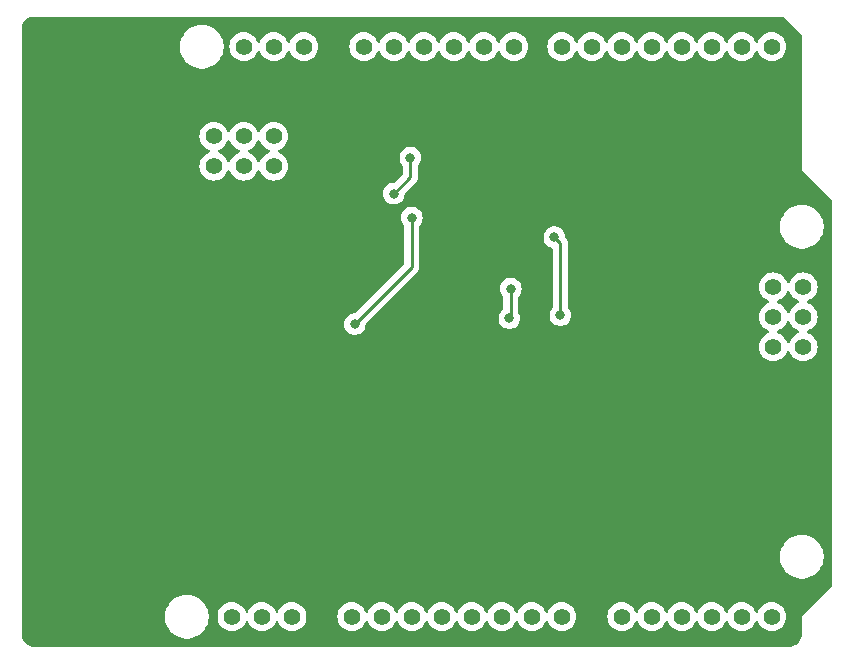
<source format=gbr>
%TF.GenerationSoftware,KiCad,Pcbnew,8.0.5*%
%TF.CreationDate,2024-12-01T00:47:41-06:00*%
%TF.ProjectId,ArduinoUnoR4Shield,41726475-696e-46f5-956e-6f5234536869,1.0*%
%TF.SameCoordinates,Original*%
%TF.FileFunction,Copper,L2,Bot*%
%TF.FilePolarity,Positive*%
%FSLAX46Y46*%
G04 Gerber Fmt 4.6, Leading zero omitted, Abs format (unit mm)*
G04 Created by KiCad (PCBNEW 8.0.5) date 2024-12-01 00:47:41*
%MOMM*%
%LPD*%
G01*
G04 APERTURE LIST*
%TA.AperFunction,ComponentPad*%
%ADD10C,1.422000*%
%TD*%
%TA.AperFunction,ViaPad*%
%ADD11C,0.800000*%
%TD*%
%TA.AperFunction,Conductor*%
%ADD12C,0.250000*%
%TD*%
G04 APERTURE END LIST*
D10*
%TO.P,U1,1,OFF*%
%TO.N,unconnected-(U1-OFF-Pad1)*%
X124474990Y-116840010D03*
%TO.P,U1,2,GND*%
%TO.N,unconnected-(U1-GND-Pad2)*%
X127014990Y-116840010D03*
%TO.P,U1,3,VRTC*%
%TO.N,unconnected-(U1-VRTC-Pad3)*%
X129554990Y-116840010D03*
%TD*%
%TO.P,U5,1,CIPO*%
%TO.N,unconnected-(U5-CIPO-Pad1)*%
X170301990Y-88915010D03*
%TO.P,U5,2,+5V*%
%TO.N,unconnected-(U5-+5V-Pad2)*%
X172841990Y-88915010D03*
%TO.P,U5,3,SCK*%
%TO.N,unconnected-(U5-SCK-Pad3)*%
X170301990Y-91455010D03*
%TO.P,U5,4,COPI*%
%TO.N,unconnected-(U5-COPI-Pad4)*%
X172841990Y-91455010D03*
%TO.P,U5,5,RESET*%
%TO.N,unconnected-(U5-RESET-Pad5)*%
X170301990Y-93995010D03*
%TO.P,U5,6,GND*%
%TO.N,unconnected-(U5-GND-Pad6)*%
X172841990Y-93995010D03*
%TD*%
%TO.P,U7,11,D7*%
%TO.N,unconnected-(U7-D7-Pad11)*%
X152399990Y-68580010D03*
%TO.P,U7,12,~D6*%
%TO.N,unconnected-(U7-~D6-Pad12)*%
X154939990Y-68580010D03*
%TO.P,U7,13,~D5*%
%TO.N,unconnected-(U7-~D5-Pad13)*%
X157479990Y-68580010D03*
%TO.P,U7,14,D4*%
%TO.N,unconnected-(U7-D4-Pad14)*%
X160019990Y-68580010D03*
%TO.P,U7,15,~D3*%
%TO.N,unconnected-(U7-~D3-Pad15)*%
X162559990Y-68580010D03*
%TO.P,U7,16,D2*%
%TO.N,unconnected-(U7-D2-Pad16)*%
X165099990Y-68580010D03*
%TO.P,U7,17,D1/TX0*%
%TO.N,unconnected-(U7-D1{slash}TX0-Pad17)*%
X167639990Y-68580010D03*
%TO.P,U7,18,D0/RX0*%
%TO.N,unconnected-(U7-D0{slash}RX0-Pad18)*%
X170179990Y-68580010D03*
%TD*%
%TO.P,U6,1,SCL*%
%TO.N,Net-(U6-SCL)*%
X125476000Y-68580000D03*
%TO.P,U6,2,SDA*%
%TO.N,Net-(U6-SDA)*%
X128016000Y-68580000D03*
%TO.P,U6,3,AREF*%
%TO.N,unconnected-(U6-AREF-Pad3)*%
X130556000Y-68580000D03*
%TO.P,U6,4,GND*%
%TO.N,GND*%
X133096000Y-68580000D03*
%TO.P,U6,5,D13/SCK/CANRX0*%
%TO.N,unconnected-(U6-D13{slash}SCK{slash}CANRX0-Pad5)*%
X135636000Y-68580000D03*
%TO.P,U6,6,D12/CIPO*%
%TO.N,unconnected-(U6-D12{slash}CIPO-Pad6)*%
X138176000Y-68580000D03*
%TO.P,U6,7,~D11/COPI*%
%TO.N,unconnected-(U6-~D11{slash}COPI-Pad7)*%
X140716000Y-68580000D03*
%TO.P,U6,8,~D10/CS/CANTX0*%
%TO.N,unconnected-(U6-~D10{slash}CS{slash}CANTX0-Pad8)*%
X143256000Y-68580000D03*
%TO.P,U6,9,~D9*%
%TO.N,unconnected-(U6-~D9-Pad9)*%
X145796000Y-68580000D03*
%TO.P,U6,10,D8*%
%TO.N,Net-(U6-D8)*%
X148336000Y-68580000D03*
%TD*%
%TO.P,U3,9,A0*%
%TO.N,unconnected-(U3-A0-Pad9)*%
X157480000Y-116840000D03*
%TO.P,U3,10,A1*%
%TO.N,unconnected-(U3-A1-Pad10)*%
X160020000Y-116840000D03*
%TO.P,U3,11,A2*%
%TO.N,unconnected-(U3-A2-Pad11)*%
X162560000Y-116840000D03*
%TO.P,U3,12,A3*%
%TO.N,unconnected-(U3-A3-Pad12)*%
X165100000Y-116840000D03*
%TO.P,U3,13,A4*%
%TO.N,unconnected-(U3-A4-Pad13)*%
X167640000Y-116840000D03*
%TO.P,U3,14,A5*%
%TO.N,unconnected-(U3-A5-Pad14)*%
X170180000Y-116840000D03*
%TD*%
%TO.P,U2,1,BOOT*%
%TO.N,unconnected-(U2-BOOT-Pad1)*%
X134620000Y-116840000D03*
%TO.P,U2,2,IOREF*%
%TO.N,unconnected-(U2-IOREF-Pad2)*%
X137160000Y-116840000D03*
%TO.P,U2,3,Reset*%
%TO.N,unconnected-(U2-Reset-Pad3)*%
X139700000Y-116840000D03*
%TO.P,U2,4,+3V3*%
%TO.N,unconnected-(U2-+3V3-Pad4)*%
X142240000Y-116840000D03*
%TO.P,U2,5,+5V*%
%TO.N,Net-(U10-EN)*%
X144780000Y-116840000D03*
%TO.P,U2,6,GND*%
%TO.N,unconnected-(U2-GND-Pad6)*%
X147320000Y-116840000D03*
%TO.P,U2,7,GND*%
%TO.N,unconnected-(U2-GND-Pad7)*%
X149860000Y-116840000D03*
%TO.P,U2,8,VIN*%
%TO.N,unconnected-(U2-VIN-Pad8)*%
X152400000Y-116840000D03*
%TD*%
%TO.P,U4,1,GPIO42*%
%TO.N,unconnected-(U4-GPIO42-Pad1)*%
X128016000Y-76149200D03*
%TO.P,U4,2,GPIO41*%
%TO.N,unconnected-(U4-GPIO41-Pad2)*%
X128016000Y-78689200D03*
%TO.P,U4,3,GPIO43/TXD0*%
%TO.N,unconnected-(U4-GPIO43{slash}TXD0-Pad3)*%
X125476000Y-76149200D03*
%TO.P,U4,4,GPIO0/DOWNLOAD*%
%TO.N,unconnected-(U4-GPIO0{slash}DOWNLOAD-Pad4)*%
X125476000Y-78689200D03*
%TO.P,U4,5,GPIO44/RXD0*%
%TO.N,unconnected-(U4-GPIO44{slash}RXD0-Pad5)*%
X122936000Y-76149200D03*
%TO.P,U4,6,GND*%
%TO.N,unconnected-(U4-GND-Pad6)*%
X122936000Y-78689200D03*
%TD*%
D11*
%TO.N,GND*%
X142113000Y-87884000D03*
X145542000Y-103251000D03*
X130678000Y-104013000D03*
X130810000Y-92267500D03*
X130622000Y-96266000D03*
X139065000Y-95062000D03*
X145415000Y-94681000D03*
X133096000Y-68580000D03*
%TO.N,Net-(U10-EN)*%
X139700000Y-83058000D03*
X134874000Y-92075000D03*
%TO.N,Net-(U8-SDA)*%
X151765000Y-84709000D03*
X152273000Y-91313000D03*
%TO.N,Net-(U6-D8)*%
X138176000Y-81026000D03*
X139573000Y-77978000D03*
%TO.N,Net-(U10-VREF)*%
X147955000Y-91567000D03*
X148082000Y-89061000D03*
%TD*%
D12*
%TO.N,Net-(U10-EN)*%
X139700000Y-87249000D02*
X139700000Y-83058000D01*
X134874000Y-92075000D02*
X139700000Y-87249000D01*
%TO.N,Net-(U8-SDA)*%
X152273000Y-85217000D02*
X151765000Y-84709000D01*
X152273000Y-91313000D02*
X152273000Y-85217000D01*
%TO.N,Net-(U6-D8)*%
X139573000Y-79629000D02*
X138176000Y-81026000D01*
X139573000Y-77978000D02*
X139573000Y-79629000D01*
%TO.N,Net-(U10-VREF)*%
X148082000Y-91440000D02*
X147955000Y-91567000D01*
X148082000Y-89061000D02*
X148082000Y-91440000D01*
%TD*%
%TA.AperFunction,Conductor*%
%TO.N,GND*%
G36*
X171211677Y-66059685D02*
G01*
X171232319Y-66076319D01*
X172683681Y-67527681D01*
X172717166Y-67589004D01*
X172720000Y-67615362D01*
X172720000Y-78994000D01*
X175223681Y-81497681D01*
X175257166Y-81559004D01*
X175260000Y-81585362D01*
X175260000Y-114248638D01*
X175240315Y-114315677D01*
X175223681Y-114336319D01*
X172720000Y-116839999D01*
X172720000Y-118362473D01*
X172719963Y-118365511D01*
X172717815Y-118453152D01*
X172715469Y-118474305D01*
X172680987Y-118647662D01*
X172673931Y-118670924D01*
X172606873Y-118832815D01*
X172595414Y-118854253D01*
X172498063Y-118999949D01*
X172482642Y-119018739D01*
X172358739Y-119142642D01*
X172339949Y-119158063D01*
X172194253Y-119255414D01*
X172172815Y-119266873D01*
X172010924Y-119333931D01*
X171987662Y-119340987D01*
X171814305Y-119375469D01*
X171793152Y-119377815D01*
X171709155Y-119379873D01*
X171705509Y-119379963D01*
X171702473Y-119380000D01*
X107697527Y-119380000D01*
X107694490Y-119379963D01*
X107690678Y-119379869D01*
X107606847Y-119377815D01*
X107585694Y-119375469D01*
X107412337Y-119340987D01*
X107389075Y-119333931D01*
X107227184Y-119266873D01*
X107205746Y-119255414D01*
X107060050Y-119158063D01*
X107041260Y-119142642D01*
X106917357Y-119018739D01*
X106901936Y-118999949D01*
X106804585Y-118854253D01*
X106793126Y-118832815D01*
X106726065Y-118670917D01*
X106719014Y-118647670D01*
X106684529Y-118474300D01*
X106682184Y-118453151D01*
X106680037Y-118365510D01*
X106680000Y-118362473D01*
X106680000Y-116718707D01*
X118799555Y-116718707D01*
X118799555Y-116961292D01*
X118831216Y-117201774D01*
X118894000Y-117436086D01*
X118986823Y-117660180D01*
X118986827Y-117660190D01*
X119108109Y-117870257D01*
X119255775Y-118062699D01*
X119255781Y-118062706D01*
X119427293Y-118234218D01*
X119427300Y-118234224D01*
X119619742Y-118381890D01*
X119829809Y-118503172D01*
X119829810Y-118503172D01*
X119829813Y-118503174D01*
X120053918Y-118596001D01*
X120288222Y-118658783D01*
X120528715Y-118690445D01*
X120528722Y-118690445D01*
X120771278Y-118690445D01*
X120771285Y-118690445D01*
X121011778Y-118658783D01*
X121246082Y-118596001D01*
X121470187Y-118503174D01*
X121680258Y-118381890D01*
X121872701Y-118234223D01*
X122044223Y-118062701D01*
X122191890Y-117870258D01*
X122313174Y-117660187D01*
X122406001Y-117436082D01*
X122468783Y-117201778D01*
X122500445Y-116961285D01*
X122500445Y-116840009D01*
X123250832Y-116840009D01*
X123250832Y-116840010D01*
X123269429Y-117052578D01*
X123269431Y-117052588D01*
X123324655Y-117258689D01*
X123324657Y-117258693D01*
X123324658Y-117258697D01*
X123369748Y-117355393D01*
X123414837Y-117452088D01*
X123414838Y-117452089D01*
X123537231Y-117626884D01*
X123688116Y-117777769D01*
X123862911Y-117900162D01*
X124056303Y-117990342D01*
X124262417Y-118045570D01*
X124432475Y-118060448D01*
X124474989Y-118064168D01*
X124474990Y-118064168D01*
X124474991Y-118064168D01*
X124510418Y-118061068D01*
X124687563Y-118045570D01*
X124893677Y-117990342D01*
X125087069Y-117900162D01*
X125261864Y-117777769D01*
X125412749Y-117626884D01*
X125535142Y-117452089D01*
X125625322Y-117258697D01*
X125625327Y-117258679D01*
X125627176Y-117253603D01*
X125628312Y-117254016D01*
X125661577Y-117199439D01*
X125724422Y-117168908D01*
X125793798Y-117177200D01*
X125847678Y-117221683D01*
X125862333Y-117253774D01*
X125862804Y-117253603D01*
X125864656Y-117258689D01*
X125864658Y-117258697D01*
X125909748Y-117355393D01*
X125954837Y-117452088D01*
X125954838Y-117452089D01*
X126077231Y-117626884D01*
X126228116Y-117777769D01*
X126402911Y-117900162D01*
X126596303Y-117990342D01*
X126802417Y-118045570D01*
X126972475Y-118060448D01*
X127014989Y-118064168D01*
X127014990Y-118064168D01*
X127014991Y-118064168D01*
X127050418Y-118061068D01*
X127227563Y-118045570D01*
X127433677Y-117990342D01*
X127627069Y-117900162D01*
X127801864Y-117777769D01*
X127952749Y-117626884D01*
X128075142Y-117452089D01*
X128165322Y-117258697D01*
X128165327Y-117258679D01*
X128167176Y-117253603D01*
X128168312Y-117254016D01*
X128201577Y-117199439D01*
X128264422Y-117168908D01*
X128333798Y-117177200D01*
X128387678Y-117221683D01*
X128402333Y-117253774D01*
X128402804Y-117253603D01*
X128404656Y-117258689D01*
X128404658Y-117258697D01*
X128449748Y-117355393D01*
X128494837Y-117452088D01*
X128494838Y-117452089D01*
X128617231Y-117626884D01*
X128768116Y-117777769D01*
X128942911Y-117900162D01*
X129136303Y-117990342D01*
X129342417Y-118045570D01*
X129512475Y-118060448D01*
X129554989Y-118064168D01*
X129554990Y-118064168D01*
X129554991Y-118064168D01*
X129590418Y-118061068D01*
X129767563Y-118045570D01*
X129973677Y-117990342D01*
X130167069Y-117900162D01*
X130341864Y-117777769D01*
X130492749Y-117626884D01*
X130615142Y-117452089D01*
X130705322Y-117258697D01*
X130760550Y-117052583D01*
X130779148Y-116840010D01*
X130779147Y-116839999D01*
X133395842Y-116839999D01*
X133395842Y-116840000D01*
X133414439Y-117052568D01*
X133414441Y-117052578D01*
X133469665Y-117258679D01*
X133469667Y-117258683D01*
X133469668Y-117258687D01*
X133514758Y-117355383D01*
X133559847Y-117452078D01*
X133559848Y-117452079D01*
X133682241Y-117626874D01*
X133833126Y-117777759D01*
X134007921Y-117900152D01*
X134201313Y-117990332D01*
X134201319Y-117990333D01*
X134201320Y-117990334D01*
X134250927Y-118003626D01*
X134407427Y-118045560D01*
X134577485Y-118060438D01*
X134619999Y-118064158D01*
X134620000Y-118064158D01*
X134620001Y-118064158D01*
X134655428Y-118061058D01*
X134832573Y-118045560D01*
X135038687Y-117990332D01*
X135232079Y-117900152D01*
X135406874Y-117777759D01*
X135557759Y-117626874D01*
X135680152Y-117452079D01*
X135770332Y-117258687D01*
X135770336Y-117258670D01*
X135772186Y-117253593D01*
X135773322Y-117254006D01*
X135806587Y-117199429D01*
X135869432Y-117168898D01*
X135938808Y-117177190D01*
X135992688Y-117221673D01*
X136007343Y-117253764D01*
X136007814Y-117253593D01*
X136009666Y-117258679D01*
X136009668Y-117258687D01*
X136054758Y-117355383D01*
X136099847Y-117452078D01*
X136099848Y-117452079D01*
X136222241Y-117626874D01*
X136373126Y-117777759D01*
X136547921Y-117900152D01*
X136741313Y-117990332D01*
X136741319Y-117990333D01*
X136741320Y-117990334D01*
X136790927Y-118003626D01*
X136947427Y-118045560D01*
X137117485Y-118060438D01*
X137159999Y-118064158D01*
X137160000Y-118064158D01*
X137160001Y-118064158D01*
X137195428Y-118061058D01*
X137372573Y-118045560D01*
X137578687Y-117990332D01*
X137772079Y-117900152D01*
X137946874Y-117777759D01*
X138097759Y-117626874D01*
X138220152Y-117452079D01*
X138310332Y-117258687D01*
X138310336Y-117258670D01*
X138312186Y-117253593D01*
X138313322Y-117254006D01*
X138346587Y-117199429D01*
X138409432Y-117168898D01*
X138478808Y-117177190D01*
X138532688Y-117221673D01*
X138547343Y-117253764D01*
X138547814Y-117253593D01*
X138549666Y-117258679D01*
X138549668Y-117258687D01*
X138594758Y-117355383D01*
X138639847Y-117452078D01*
X138639848Y-117452079D01*
X138762241Y-117626874D01*
X138913126Y-117777759D01*
X139087921Y-117900152D01*
X139281313Y-117990332D01*
X139281319Y-117990333D01*
X139281320Y-117990334D01*
X139330927Y-118003626D01*
X139487427Y-118045560D01*
X139657485Y-118060438D01*
X139699999Y-118064158D01*
X139700000Y-118064158D01*
X139700001Y-118064158D01*
X139735428Y-118061058D01*
X139912573Y-118045560D01*
X140118687Y-117990332D01*
X140312079Y-117900152D01*
X140486874Y-117777759D01*
X140637759Y-117626874D01*
X140760152Y-117452079D01*
X140850332Y-117258687D01*
X140850336Y-117258670D01*
X140852186Y-117253593D01*
X140853322Y-117254006D01*
X140886587Y-117199429D01*
X140949432Y-117168898D01*
X141018808Y-117177190D01*
X141072688Y-117221673D01*
X141087343Y-117253764D01*
X141087814Y-117253593D01*
X141089666Y-117258679D01*
X141089668Y-117258687D01*
X141134758Y-117355383D01*
X141179847Y-117452078D01*
X141179848Y-117452079D01*
X141302241Y-117626874D01*
X141453126Y-117777759D01*
X141627921Y-117900152D01*
X141821313Y-117990332D01*
X141821319Y-117990333D01*
X141821320Y-117990334D01*
X141870927Y-118003626D01*
X142027427Y-118045560D01*
X142197485Y-118060438D01*
X142239999Y-118064158D01*
X142240000Y-118064158D01*
X142240001Y-118064158D01*
X142275428Y-118061058D01*
X142452573Y-118045560D01*
X142658687Y-117990332D01*
X142852079Y-117900152D01*
X143026874Y-117777759D01*
X143177759Y-117626874D01*
X143300152Y-117452079D01*
X143390332Y-117258687D01*
X143390336Y-117258670D01*
X143392186Y-117253593D01*
X143393322Y-117254006D01*
X143426587Y-117199429D01*
X143489432Y-117168898D01*
X143558808Y-117177190D01*
X143612688Y-117221673D01*
X143627343Y-117253764D01*
X143627814Y-117253593D01*
X143629666Y-117258679D01*
X143629668Y-117258687D01*
X143674758Y-117355383D01*
X143719847Y-117452078D01*
X143719848Y-117452079D01*
X143842241Y-117626874D01*
X143993126Y-117777759D01*
X144167921Y-117900152D01*
X144361313Y-117990332D01*
X144361319Y-117990333D01*
X144361320Y-117990334D01*
X144410927Y-118003626D01*
X144567427Y-118045560D01*
X144737485Y-118060438D01*
X144779999Y-118064158D01*
X144780000Y-118064158D01*
X144780001Y-118064158D01*
X144815428Y-118061058D01*
X144992573Y-118045560D01*
X145198687Y-117990332D01*
X145392079Y-117900152D01*
X145566874Y-117777759D01*
X145717759Y-117626874D01*
X145840152Y-117452079D01*
X145930332Y-117258687D01*
X145930336Y-117258670D01*
X145932186Y-117253593D01*
X145933322Y-117254006D01*
X145966587Y-117199429D01*
X146029432Y-117168898D01*
X146098808Y-117177190D01*
X146152688Y-117221673D01*
X146167343Y-117253764D01*
X146167814Y-117253593D01*
X146169666Y-117258679D01*
X146169668Y-117258687D01*
X146214758Y-117355383D01*
X146259847Y-117452078D01*
X146259848Y-117452079D01*
X146382241Y-117626874D01*
X146533126Y-117777759D01*
X146707921Y-117900152D01*
X146901313Y-117990332D01*
X146901319Y-117990333D01*
X146901320Y-117990334D01*
X146950927Y-118003626D01*
X147107427Y-118045560D01*
X147277485Y-118060438D01*
X147319999Y-118064158D01*
X147320000Y-118064158D01*
X147320001Y-118064158D01*
X147355428Y-118061058D01*
X147532573Y-118045560D01*
X147738687Y-117990332D01*
X147932079Y-117900152D01*
X148106874Y-117777759D01*
X148257759Y-117626874D01*
X148380152Y-117452079D01*
X148470332Y-117258687D01*
X148470336Y-117258670D01*
X148472186Y-117253593D01*
X148473322Y-117254006D01*
X148506587Y-117199429D01*
X148569432Y-117168898D01*
X148638808Y-117177190D01*
X148692688Y-117221673D01*
X148707343Y-117253764D01*
X148707814Y-117253593D01*
X148709666Y-117258679D01*
X148709668Y-117258687D01*
X148754758Y-117355383D01*
X148799847Y-117452078D01*
X148799848Y-117452079D01*
X148922241Y-117626874D01*
X149073126Y-117777759D01*
X149247921Y-117900152D01*
X149441313Y-117990332D01*
X149441319Y-117990333D01*
X149441320Y-117990334D01*
X149490927Y-118003626D01*
X149647427Y-118045560D01*
X149817485Y-118060438D01*
X149859999Y-118064158D01*
X149860000Y-118064158D01*
X149860001Y-118064158D01*
X149895428Y-118061058D01*
X150072573Y-118045560D01*
X150278687Y-117990332D01*
X150472079Y-117900152D01*
X150646874Y-117777759D01*
X150797759Y-117626874D01*
X150920152Y-117452079D01*
X151010332Y-117258687D01*
X151010336Y-117258670D01*
X151012186Y-117253593D01*
X151013322Y-117254006D01*
X151046587Y-117199429D01*
X151109432Y-117168898D01*
X151178808Y-117177190D01*
X151232688Y-117221673D01*
X151247343Y-117253764D01*
X151247814Y-117253593D01*
X151249666Y-117258679D01*
X151249668Y-117258687D01*
X151294758Y-117355383D01*
X151339847Y-117452078D01*
X151339848Y-117452079D01*
X151462241Y-117626874D01*
X151613126Y-117777759D01*
X151787921Y-117900152D01*
X151981313Y-117990332D01*
X151981319Y-117990333D01*
X151981320Y-117990334D01*
X152030927Y-118003626D01*
X152187427Y-118045560D01*
X152357485Y-118060438D01*
X152399999Y-118064158D01*
X152400000Y-118064158D01*
X152400001Y-118064158D01*
X152435428Y-118061058D01*
X152612573Y-118045560D01*
X152818687Y-117990332D01*
X153012079Y-117900152D01*
X153186874Y-117777759D01*
X153337759Y-117626874D01*
X153460152Y-117452079D01*
X153550332Y-117258687D01*
X153605560Y-117052573D01*
X153624158Y-116840000D01*
X153624158Y-116839999D01*
X156255842Y-116839999D01*
X156255842Y-116840000D01*
X156274439Y-117052568D01*
X156274441Y-117052578D01*
X156329665Y-117258679D01*
X156329667Y-117258683D01*
X156329668Y-117258687D01*
X156374758Y-117355383D01*
X156419847Y-117452078D01*
X156419848Y-117452079D01*
X156542241Y-117626874D01*
X156693126Y-117777759D01*
X156867921Y-117900152D01*
X157061313Y-117990332D01*
X157061319Y-117990333D01*
X157061320Y-117990334D01*
X157110927Y-118003626D01*
X157267427Y-118045560D01*
X157437485Y-118060438D01*
X157479999Y-118064158D01*
X157480000Y-118064158D01*
X157480001Y-118064158D01*
X157515428Y-118061058D01*
X157692573Y-118045560D01*
X157898687Y-117990332D01*
X158092079Y-117900152D01*
X158266874Y-117777759D01*
X158417759Y-117626874D01*
X158540152Y-117452079D01*
X158630332Y-117258687D01*
X158630336Y-117258670D01*
X158632186Y-117253593D01*
X158633322Y-117254006D01*
X158666587Y-117199429D01*
X158729432Y-117168898D01*
X158798808Y-117177190D01*
X158852688Y-117221673D01*
X158867343Y-117253764D01*
X158867814Y-117253593D01*
X158869666Y-117258679D01*
X158869668Y-117258687D01*
X158914758Y-117355383D01*
X158959847Y-117452078D01*
X158959848Y-117452079D01*
X159082241Y-117626874D01*
X159233126Y-117777759D01*
X159407921Y-117900152D01*
X159601313Y-117990332D01*
X159601319Y-117990333D01*
X159601320Y-117990334D01*
X159650927Y-118003626D01*
X159807427Y-118045560D01*
X159977485Y-118060438D01*
X160019999Y-118064158D01*
X160020000Y-118064158D01*
X160020001Y-118064158D01*
X160055428Y-118061058D01*
X160232573Y-118045560D01*
X160438687Y-117990332D01*
X160632079Y-117900152D01*
X160806874Y-117777759D01*
X160957759Y-117626874D01*
X161080152Y-117452079D01*
X161170332Y-117258687D01*
X161170336Y-117258670D01*
X161172186Y-117253593D01*
X161173322Y-117254006D01*
X161206587Y-117199429D01*
X161269432Y-117168898D01*
X161338808Y-117177190D01*
X161392688Y-117221673D01*
X161407343Y-117253764D01*
X161407814Y-117253593D01*
X161409666Y-117258679D01*
X161409668Y-117258687D01*
X161454758Y-117355383D01*
X161499847Y-117452078D01*
X161499848Y-117452079D01*
X161622241Y-117626874D01*
X161773126Y-117777759D01*
X161947921Y-117900152D01*
X162141313Y-117990332D01*
X162141319Y-117990333D01*
X162141320Y-117990334D01*
X162190927Y-118003626D01*
X162347427Y-118045560D01*
X162517485Y-118060438D01*
X162559999Y-118064158D01*
X162560000Y-118064158D01*
X162560001Y-118064158D01*
X162595428Y-118061058D01*
X162772573Y-118045560D01*
X162978687Y-117990332D01*
X163172079Y-117900152D01*
X163346874Y-117777759D01*
X163497759Y-117626874D01*
X163620152Y-117452079D01*
X163710332Y-117258687D01*
X163710336Y-117258670D01*
X163712186Y-117253593D01*
X163713322Y-117254006D01*
X163746587Y-117199429D01*
X163809432Y-117168898D01*
X163878808Y-117177190D01*
X163932688Y-117221673D01*
X163947343Y-117253764D01*
X163947814Y-117253593D01*
X163949666Y-117258679D01*
X163949668Y-117258687D01*
X163994758Y-117355383D01*
X164039847Y-117452078D01*
X164039848Y-117452079D01*
X164162241Y-117626874D01*
X164313126Y-117777759D01*
X164487921Y-117900152D01*
X164681313Y-117990332D01*
X164681319Y-117990333D01*
X164681320Y-117990334D01*
X164730927Y-118003626D01*
X164887427Y-118045560D01*
X165057485Y-118060438D01*
X165099999Y-118064158D01*
X165100000Y-118064158D01*
X165100001Y-118064158D01*
X165135428Y-118061058D01*
X165312573Y-118045560D01*
X165518687Y-117990332D01*
X165712079Y-117900152D01*
X165886874Y-117777759D01*
X166037759Y-117626874D01*
X166160152Y-117452079D01*
X166250332Y-117258687D01*
X166250336Y-117258670D01*
X166252186Y-117253593D01*
X166253322Y-117254006D01*
X166286587Y-117199429D01*
X166349432Y-117168898D01*
X166418808Y-117177190D01*
X166472688Y-117221673D01*
X166487343Y-117253764D01*
X166487814Y-117253593D01*
X166489666Y-117258679D01*
X166489668Y-117258687D01*
X166534758Y-117355383D01*
X166579847Y-117452078D01*
X166579848Y-117452079D01*
X166702241Y-117626874D01*
X166853126Y-117777759D01*
X167027921Y-117900152D01*
X167221313Y-117990332D01*
X167221319Y-117990333D01*
X167221320Y-117990334D01*
X167270927Y-118003626D01*
X167427427Y-118045560D01*
X167597485Y-118060438D01*
X167639999Y-118064158D01*
X167640000Y-118064158D01*
X167640001Y-118064158D01*
X167675428Y-118061058D01*
X167852573Y-118045560D01*
X168058687Y-117990332D01*
X168252079Y-117900152D01*
X168426874Y-117777759D01*
X168577759Y-117626874D01*
X168700152Y-117452079D01*
X168790332Y-117258687D01*
X168790336Y-117258670D01*
X168792186Y-117253593D01*
X168793322Y-117254006D01*
X168826587Y-117199429D01*
X168889432Y-117168898D01*
X168958808Y-117177190D01*
X169012688Y-117221673D01*
X169027343Y-117253764D01*
X169027814Y-117253593D01*
X169029666Y-117258679D01*
X169029668Y-117258687D01*
X169074758Y-117355383D01*
X169119847Y-117452078D01*
X169119848Y-117452079D01*
X169242241Y-117626874D01*
X169393126Y-117777759D01*
X169567921Y-117900152D01*
X169761313Y-117990332D01*
X169761319Y-117990333D01*
X169761320Y-117990334D01*
X169810927Y-118003626D01*
X169967427Y-118045560D01*
X170137485Y-118060438D01*
X170179999Y-118064158D01*
X170180000Y-118064158D01*
X170180001Y-118064158D01*
X170215428Y-118061058D01*
X170392573Y-118045560D01*
X170598687Y-117990332D01*
X170792079Y-117900152D01*
X170966874Y-117777759D01*
X171117759Y-117626874D01*
X171240152Y-117452079D01*
X171330332Y-117258687D01*
X171385560Y-117052573D01*
X171404158Y-116840000D01*
X171385560Y-116627427D01*
X171330332Y-116421313D01*
X171240152Y-116227921D01*
X171117759Y-116053126D01*
X170966874Y-115902241D01*
X170827038Y-115804326D01*
X170792078Y-115779847D01*
X170695383Y-115734758D01*
X170598687Y-115689668D01*
X170598683Y-115689667D01*
X170598679Y-115689665D01*
X170392578Y-115634441D01*
X170392568Y-115634439D01*
X170180001Y-115615842D01*
X170179999Y-115615842D01*
X169967431Y-115634439D01*
X169967421Y-115634441D01*
X169761320Y-115689665D01*
X169761313Y-115689667D01*
X169761313Y-115689668D01*
X169749101Y-115695362D01*
X169567921Y-115779847D01*
X169451306Y-115861502D01*
X169393126Y-115902241D01*
X169393124Y-115902242D01*
X169393121Y-115902245D01*
X169242245Y-116053121D01*
X169242242Y-116053124D01*
X169242241Y-116053126D01*
X169242234Y-116053136D01*
X169119847Y-116227921D01*
X169029669Y-116421311D01*
X169027814Y-116426407D01*
X169026677Y-116425993D01*
X168993409Y-116480574D01*
X168930561Y-116511102D01*
X168861186Y-116502807D01*
X168807309Y-116458320D01*
X168792656Y-116426235D01*
X168792186Y-116426407D01*
X168790335Y-116421326D01*
X168790332Y-116421313D01*
X168700152Y-116227921D01*
X168577759Y-116053126D01*
X168426874Y-115902241D01*
X168287038Y-115804326D01*
X168252078Y-115779847D01*
X168155383Y-115734758D01*
X168058687Y-115689668D01*
X168058683Y-115689667D01*
X168058679Y-115689665D01*
X167852578Y-115634441D01*
X167852568Y-115634439D01*
X167640001Y-115615842D01*
X167639999Y-115615842D01*
X167427431Y-115634439D01*
X167427421Y-115634441D01*
X167221320Y-115689665D01*
X167221313Y-115689667D01*
X167221313Y-115689668D01*
X167209101Y-115695362D01*
X167027921Y-115779847D01*
X166911306Y-115861502D01*
X166853126Y-115902241D01*
X166853124Y-115902242D01*
X166853121Y-115902245D01*
X166702245Y-116053121D01*
X166702242Y-116053124D01*
X166702241Y-116053126D01*
X166702234Y-116053136D01*
X166579847Y-116227921D01*
X166489669Y-116421311D01*
X166487814Y-116426407D01*
X166486677Y-116425993D01*
X166453409Y-116480574D01*
X166390561Y-116511102D01*
X166321186Y-116502807D01*
X166267309Y-116458320D01*
X166252656Y-116426235D01*
X166252186Y-116426407D01*
X166250335Y-116421326D01*
X166250332Y-116421313D01*
X166160152Y-116227921D01*
X166037759Y-116053126D01*
X165886874Y-115902241D01*
X165747038Y-115804326D01*
X165712078Y-115779847D01*
X165615383Y-115734758D01*
X165518687Y-115689668D01*
X165518683Y-115689667D01*
X165518679Y-115689665D01*
X165312578Y-115634441D01*
X165312568Y-115634439D01*
X165100001Y-115615842D01*
X165099999Y-115615842D01*
X164887431Y-115634439D01*
X164887421Y-115634441D01*
X164681320Y-115689665D01*
X164681313Y-115689667D01*
X164681313Y-115689668D01*
X164669101Y-115695362D01*
X164487921Y-115779847D01*
X164371306Y-115861502D01*
X164313126Y-115902241D01*
X164313124Y-115902242D01*
X164313121Y-115902245D01*
X164162245Y-116053121D01*
X164162242Y-116053124D01*
X164162241Y-116053126D01*
X164162234Y-116053136D01*
X164039847Y-116227921D01*
X163949669Y-116421311D01*
X163947814Y-116426407D01*
X163946677Y-116425993D01*
X163913409Y-116480574D01*
X163850561Y-116511102D01*
X163781186Y-116502807D01*
X163727309Y-116458320D01*
X163712656Y-116426235D01*
X163712186Y-116426407D01*
X163710335Y-116421326D01*
X163710332Y-116421313D01*
X163620152Y-116227921D01*
X163497759Y-116053126D01*
X163346874Y-115902241D01*
X163207038Y-115804326D01*
X163172078Y-115779847D01*
X163075383Y-115734758D01*
X162978687Y-115689668D01*
X162978683Y-115689667D01*
X162978679Y-115689665D01*
X162772578Y-115634441D01*
X162772568Y-115634439D01*
X162560001Y-115615842D01*
X162559999Y-115615842D01*
X162347431Y-115634439D01*
X162347421Y-115634441D01*
X162141320Y-115689665D01*
X162141313Y-115689667D01*
X162141313Y-115689668D01*
X162129101Y-115695362D01*
X161947921Y-115779847D01*
X161831306Y-115861502D01*
X161773126Y-115902241D01*
X161773124Y-115902242D01*
X161773121Y-115902245D01*
X161622245Y-116053121D01*
X161622242Y-116053124D01*
X161622241Y-116053126D01*
X161622234Y-116053136D01*
X161499847Y-116227921D01*
X161409669Y-116421311D01*
X161407814Y-116426407D01*
X161406677Y-116425993D01*
X161373409Y-116480574D01*
X161310561Y-116511102D01*
X161241186Y-116502807D01*
X161187309Y-116458320D01*
X161172656Y-116426235D01*
X161172186Y-116426407D01*
X161170335Y-116421326D01*
X161170332Y-116421313D01*
X161080152Y-116227921D01*
X160957759Y-116053126D01*
X160806874Y-115902241D01*
X160667038Y-115804326D01*
X160632078Y-115779847D01*
X160535383Y-115734758D01*
X160438687Y-115689668D01*
X160438683Y-115689667D01*
X160438679Y-115689665D01*
X160232578Y-115634441D01*
X160232568Y-115634439D01*
X160020001Y-115615842D01*
X160019999Y-115615842D01*
X159807431Y-115634439D01*
X159807421Y-115634441D01*
X159601320Y-115689665D01*
X159601313Y-115689667D01*
X159601313Y-115689668D01*
X159589101Y-115695362D01*
X159407921Y-115779847D01*
X159291306Y-115861502D01*
X159233126Y-115902241D01*
X159233124Y-115902242D01*
X159233121Y-115902245D01*
X159082245Y-116053121D01*
X159082242Y-116053124D01*
X159082241Y-116053126D01*
X159082234Y-116053136D01*
X158959847Y-116227921D01*
X158869669Y-116421311D01*
X158867814Y-116426407D01*
X158866677Y-116425993D01*
X158833409Y-116480574D01*
X158770561Y-116511102D01*
X158701186Y-116502807D01*
X158647309Y-116458320D01*
X158632656Y-116426235D01*
X158632186Y-116426407D01*
X158630335Y-116421326D01*
X158630332Y-116421313D01*
X158540152Y-116227921D01*
X158417759Y-116053126D01*
X158266874Y-115902241D01*
X158127038Y-115804326D01*
X158092078Y-115779847D01*
X157995383Y-115734758D01*
X157898687Y-115689668D01*
X157898683Y-115689667D01*
X157898679Y-115689665D01*
X157692578Y-115634441D01*
X157692568Y-115634439D01*
X157480001Y-115615842D01*
X157479999Y-115615842D01*
X157267431Y-115634439D01*
X157267421Y-115634441D01*
X157061320Y-115689665D01*
X157061313Y-115689667D01*
X157061313Y-115689668D01*
X157049101Y-115695362D01*
X156867921Y-115779847D01*
X156751306Y-115861502D01*
X156693126Y-115902241D01*
X156693124Y-115902242D01*
X156693121Y-115902245D01*
X156542245Y-116053121D01*
X156542242Y-116053124D01*
X156542241Y-116053126D01*
X156542234Y-116053136D01*
X156419847Y-116227921D01*
X156329669Y-116421311D01*
X156329665Y-116421320D01*
X156274441Y-116627421D01*
X156274439Y-116627431D01*
X156255842Y-116839999D01*
X153624158Y-116839999D01*
X153605560Y-116627427D01*
X153550332Y-116421313D01*
X153460152Y-116227921D01*
X153337759Y-116053126D01*
X153186874Y-115902241D01*
X153047038Y-115804326D01*
X153012078Y-115779847D01*
X152915383Y-115734758D01*
X152818687Y-115689668D01*
X152818683Y-115689667D01*
X152818679Y-115689665D01*
X152612578Y-115634441D01*
X152612568Y-115634439D01*
X152400001Y-115615842D01*
X152399999Y-115615842D01*
X152187431Y-115634439D01*
X152187421Y-115634441D01*
X151981320Y-115689665D01*
X151981313Y-115689667D01*
X151981313Y-115689668D01*
X151969101Y-115695362D01*
X151787921Y-115779847D01*
X151671306Y-115861502D01*
X151613126Y-115902241D01*
X151613124Y-115902242D01*
X151613121Y-115902245D01*
X151462245Y-116053121D01*
X151462242Y-116053124D01*
X151462241Y-116053126D01*
X151462234Y-116053136D01*
X151339847Y-116227921D01*
X151249669Y-116421311D01*
X151247814Y-116426407D01*
X151246677Y-116425993D01*
X151213409Y-116480574D01*
X151150561Y-116511102D01*
X151081186Y-116502807D01*
X151027309Y-116458320D01*
X151012656Y-116426235D01*
X151012186Y-116426407D01*
X151010335Y-116421326D01*
X151010332Y-116421313D01*
X150920152Y-116227921D01*
X150797759Y-116053126D01*
X150646874Y-115902241D01*
X150507038Y-115804326D01*
X150472078Y-115779847D01*
X150375383Y-115734758D01*
X150278687Y-115689668D01*
X150278683Y-115689667D01*
X150278679Y-115689665D01*
X150072578Y-115634441D01*
X150072568Y-115634439D01*
X149860001Y-115615842D01*
X149859999Y-115615842D01*
X149647431Y-115634439D01*
X149647421Y-115634441D01*
X149441320Y-115689665D01*
X149441313Y-115689667D01*
X149441313Y-115689668D01*
X149429101Y-115695362D01*
X149247921Y-115779847D01*
X149131306Y-115861502D01*
X149073126Y-115902241D01*
X149073124Y-115902242D01*
X149073121Y-115902245D01*
X148922245Y-116053121D01*
X148922242Y-116053124D01*
X148922241Y-116053126D01*
X148922234Y-116053136D01*
X148799847Y-116227921D01*
X148709669Y-116421311D01*
X148707814Y-116426407D01*
X148706677Y-116425993D01*
X148673409Y-116480574D01*
X148610561Y-116511102D01*
X148541186Y-116502807D01*
X148487309Y-116458320D01*
X148472656Y-116426235D01*
X148472186Y-116426407D01*
X148470335Y-116421326D01*
X148470332Y-116421313D01*
X148380152Y-116227921D01*
X148257759Y-116053126D01*
X148106874Y-115902241D01*
X147967038Y-115804326D01*
X147932078Y-115779847D01*
X147835383Y-115734758D01*
X147738687Y-115689668D01*
X147738683Y-115689667D01*
X147738679Y-115689665D01*
X147532578Y-115634441D01*
X147532568Y-115634439D01*
X147320001Y-115615842D01*
X147319999Y-115615842D01*
X147107431Y-115634439D01*
X147107421Y-115634441D01*
X146901320Y-115689665D01*
X146901313Y-115689667D01*
X146901313Y-115689668D01*
X146889101Y-115695362D01*
X146707921Y-115779847D01*
X146591306Y-115861502D01*
X146533126Y-115902241D01*
X146533124Y-115902242D01*
X146533121Y-115902245D01*
X146382245Y-116053121D01*
X146382242Y-116053124D01*
X146382241Y-116053126D01*
X146382234Y-116053136D01*
X146259847Y-116227921D01*
X146169669Y-116421311D01*
X146167814Y-116426407D01*
X146166677Y-116425993D01*
X146133409Y-116480574D01*
X146070561Y-116511102D01*
X146001186Y-116502807D01*
X145947309Y-116458320D01*
X145932656Y-116426235D01*
X145932186Y-116426407D01*
X145930335Y-116421326D01*
X145930332Y-116421313D01*
X145840152Y-116227921D01*
X145717759Y-116053126D01*
X145566874Y-115902241D01*
X145427038Y-115804326D01*
X145392078Y-115779847D01*
X145295383Y-115734758D01*
X145198687Y-115689668D01*
X145198683Y-115689667D01*
X145198679Y-115689665D01*
X144992578Y-115634441D01*
X144992568Y-115634439D01*
X144780001Y-115615842D01*
X144779999Y-115615842D01*
X144567431Y-115634439D01*
X144567421Y-115634441D01*
X144361320Y-115689665D01*
X144361313Y-115689667D01*
X144361313Y-115689668D01*
X144349101Y-115695362D01*
X144167921Y-115779847D01*
X144051306Y-115861502D01*
X143993126Y-115902241D01*
X143993124Y-115902242D01*
X143993121Y-115902245D01*
X143842245Y-116053121D01*
X143842242Y-116053124D01*
X143842241Y-116053126D01*
X143842234Y-116053136D01*
X143719847Y-116227921D01*
X143629669Y-116421311D01*
X143627814Y-116426407D01*
X143626677Y-116425993D01*
X143593409Y-116480574D01*
X143530561Y-116511102D01*
X143461186Y-116502807D01*
X143407309Y-116458320D01*
X143392656Y-116426235D01*
X143392186Y-116426407D01*
X143390335Y-116421326D01*
X143390332Y-116421313D01*
X143300152Y-116227921D01*
X143177759Y-116053126D01*
X143026874Y-115902241D01*
X142887038Y-115804326D01*
X142852078Y-115779847D01*
X142755383Y-115734758D01*
X142658687Y-115689668D01*
X142658683Y-115689667D01*
X142658679Y-115689665D01*
X142452578Y-115634441D01*
X142452568Y-115634439D01*
X142240001Y-115615842D01*
X142239999Y-115615842D01*
X142027431Y-115634439D01*
X142027421Y-115634441D01*
X141821320Y-115689665D01*
X141821313Y-115689667D01*
X141821313Y-115689668D01*
X141809101Y-115695362D01*
X141627921Y-115779847D01*
X141511306Y-115861502D01*
X141453126Y-115902241D01*
X141453124Y-115902242D01*
X141453121Y-115902245D01*
X141302245Y-116053121D01*
X141302242Y-116053124D01*
X141302241Y-116053126D01*
X141302234Y-116053136D01*
X141179847Y-116227921D01*
X141089669Y-116421311D01*
X141087814Y-116426407D01*
X141086677Y-116425993D01*
X141053409Y-116480574D01*
X140990561Y-116511102D01*
X140921186Y-116502807D01*
X140867309Y-116458320D01*
X140852656Y-116426235D01*
X140852186Y-116426407D01*
X140850335Y-116421326D01*
X140850332Y-116421313D01*
X140760152Y-116227921D01*
X140637759Y-116053126D01*
X140486874Y-115902241D01*
X140347038Y-115804326D01*
X140312078Y-115779847D01*
X140215383Y-115734758D01*
X140118687Y-115689668D01*
X140118683Y-115689667D01*
X140118679Y-115689665D01*
X139912578Y-115634441D01*
X139912568Y-115634439D01*
X139700001Y-115615842D01*
X139699999Y-115615842D01*
X139487431Y-115634439D01*
X139487421Y-115634441D01*
X139281320Y-115689665D01*
X139281313Y-115689667D01*
X139281313Y-115689668D01*
X139269101Y-115695362D01*
X139087921Y-115779847D01*
X138971306Y-115861502D01*
X138913126Y-115902241D01*
X138913124Y-115902242D01*
X138913121Y-115902245D01*
X138762245Y-116053121D01*
X138762242Y-116053124D01*
X138762241Y-116053126D01*
X138762234Y-116053136D01*
X138639847Y-116227921D01*
X138549669Y-116421311D01*
X138547814Y-116426407D01*
X138546677Y-116425993D01*
X138513409Y-116480574D01*
X138450561Y-116511102D01*
X138381186Y-116502807D01*
X138327309Y-116458320D01*
X138312656Y-116426235D01*
X138312186Y-116426407D01*
X138310335Y-116421326D01*
X138310332Y-116421313D01*
X138220152Y-116227921D01*
X138097759Y-116053126D01*
X137946874Y-115902241D01*
X137807038Y-115804326D01*
X137772078Y-115779847D01*
X137675383Y-115734758D01*
X137578687Y-115689668D01*
X137578683Y-115689667D01*
X137578679Y-115689665D01*
X137372578Y-115634441D01*
X137372568Y-115634439D01*
X137160001Y-115615842D01*
X137159999Y-115615842D01*
X136947431Y-115634439D01*
X136947421Y-115634441D01*
X136741320Y-115689665D01*
X136741313Y-115689667D01*
X136741313Y-115689668D01*
X136729101Y-115695362D01*
X136547921Y-115779847D01*
X136431306Y-115861502D01*
X136373126Y-115902241D01*
X136373124Y-115902242D01*
X136373121Y-115902245D01*
X136222245Y-116053121D01*
X136222242Y-116053124D01*
X136222241Y-116053126D01*
X136222234Y-116053136D01*
X136099847Y-116227921D01*
X136009669Y-116421311D01*
X136007814Y-116426407D01*
X136006677Y-116425993D01*
X135973409Y-116480574D01*
X135910561Y-116511102D01*
X135841186Y-116502807D01*
X135787309Y-116458320D01*
X135772656Y-116426235D01*
X135772186Y-116426407D01*
X135770335Y-116421326D01*
X135770332Y-116421313D01*
X135680152Y-116227921D01*
X135557759Y-116053126D01*
X135406874Y-115902241D01*
X135267038Y-115804326D01*
X135232078Y-115779847D01*
X135135383Y-115734758D01*
X135038687Y-115689668D01*
X135038683Y-115689667D01*
X135038679Y-115689665D01*
X134832578Y-115634441D01*
X134832568Y-115634439D01*
X134620001Y-115615842D01*
X134619999Y-115615842D01*
X134407431Y-115634439D01*
X134407421Y-115634441D01*
X134201320Y-115689665D01*
X134201313Y-115689667D01*
X134201313Y-115689668D01*
X134189101Y-115695362D01*
X134007921Y-115779847D01*
X133891306Y-115861502D01*
X133833126Y-115902241D01*
X133833124Y-115902242D01*
X133833121Y-115902245D01*
X133682245Y-116053121D01*
X133682242Y-116053124D01*
X133682241Y-116053126D01*
X133682234Y-116053136D01*
X133559847Y-116227921D01*
X133469669Y-116421311D01*
X133469665Y-116421320D01*
X133414441Y-116627421D01*
X133414439Y-116627431D01*
X133395842Y-116839999D01*
X130779147Y-116839999D01*
X130760550Y-116627437D01*
X130705322Y-116421323D01*
X130615142Y-116227931D01*
X130492749Y-116053136D01*
X130341864Y-115902251D01*
X130167069Y-115779858D01*
X130167070Y-115779858D01*
X130167068Y-115779857D01*
X130070373Y-115734768D01*
X129973677Y-115689678D01*
X129973673Y-115689677D01*
X129973669Y-115689675D01*
X129767568Y-115634451D01*
X129767558Y-115634449D01*
X129554991Y-115615852D01*
X129554989Y-115615852D01*
X129342421Y-115634449D01*
X129342411Y-115634451D01*
X129136310Y-115689675D01*
X129136301Y-115689679D01*
X128942911Y-115779857D01*
X128826296Y-115861512D01*
X128768116Y-115902251D01*
X128768114Y-115902252D01*
X128768111Y-115902255D01*
X128617235Y-116053131D01*
X128494837Y-116227931D01*
X128404659Y-116421321D01*
X128402804Y-116426417D01*
X128401667Y-116426003D01*
X128368399Y-116480584D01*
X128305551Y-116511112D01*
X128236176Y-116502817D01*
X128182299Y-116458330D01*
X128167646Y-116426245D01*
X128167176Y-116426417D01*
X128165325Y-116421336D01*
X128165322Y-116421323D01*
X128075142Y-116227931D01*
X127952749Y-116053136D01*
X127801864Y-115902251D01*
X127627069Y-115779858D01*
X127627070Y-115779858D01*
X127627068Y-115779857D01*
X127530373Y-115734768D01*
X127433677Y-115689678D01*
X127433673Y-115689677D01*
X127433669Y-115689675D01*
X127227568Y-115634451D01*
X127227558Y-115634449D01*
X127014991Y-115615852D01*
X127014989Y-115615852D01*
X126802421Y-115634449D01*
X126802411Y-115634451D01*
X126596310Y-115689675D01*
X126596301Y-115689679D01*
X126402911Y-115779857D01*
X126286296Y-115861512D01*
X126228116Y-115902251D01*
X126228114Y-115902252D01*
X126228111Y-115902255D01*
X126077235Y-116053131D01*
X125954837Y-116227931D01*
X125864659Y-116421321D01*
X125862804Y-116426417D01*
X125861667Y-116426003D01*
X125828399Y-116480584D01*
X125765551Y-116511112D01*
X125696176Y-116502817D01*
X125642299Y-116458330D01*
X125627646Y-116426245D01*
X125627176Y-116426417D01*
X125625325Y-116421336D01*
X125625322Y-116421323D01*
X125535142Y-116227931D01*
X125412749Y-116053136D01*
X125261864Y-115902251D01*
X125087069Y-115779858D01*
X125087070Y-115779858D01*
X125087068Y-115779857D01*
X124990373Y-115734768D01*
X124893677Y-115689678D01*
X124893673Y-115689677D01*
X124893669Y-115689675D01*
X124687568Y-115634451D01*
X124687558Y-115634449D01*
X124474991Y-115615852D01*
X124474989Y-115615852D01*
X124262421Y-115634449D01*
X124262411Y-115634451D01*
X124056310Y-115689675D01*
X124056301Y-115689679D01*
X123862911Y-115779857D01*
X123746296Y-115861512D01*
X123688116Y-115902251D01*
X123688114Y-115902252D01*
X123688111Y-115902255D01*
X123537235Y-116053131D01*
X123414837Y-116227931D01*
X123324659Y-116421321D01*
X123324655Y-116421330D01*
X123269431Y-116627431D01*
X123269429Y-116627441D01*
X123250832Y-116840009D01*
X122500445Y-116840009D01*
X122500445Y-116718715D01*
X122468783Y-116478222D01*
X122406001Y-116243918D01*
X122313174Y-116019813D01*
X122245296Y-115902245D01*
X122191890Y-115809742D01*
X122044224Y-115617300D01*
X122044218Y-115617293D01*
X121872706Y-115445781D01*
X121872699Y-115445775D01*
X121680257Y-115298109D01*
X121470190Y-115176827D01*
X121470180Y-115176823D01*
X121246086Y-115084000D01*
X121011774Y-115021216D01*
X120771292Y-114989555D01*
X120771285Y-114989555D01*
X120528715Y-114989555D01*
X120528707Y-114989555D01*
X120288225Y-115021216D01*
X120053913Y-115084000D01*
X119829819Y-115176823D01*
X119829809Y-115176827D01*
X119619742Y-115298109D01*
X119427300Y-115445775D01*
X119427293Y-115445781D01*
X119255781Y-115617293D01*
X119255775Y-115617300D01*
X119108109Y-115809742D01*
X118986827Y-116019809D01*
X118986823Y-116019819D01*
X118894000Y-116243913D01*
X118831216Y-116478225D01*
X118799555Y-116718707D01*
X106680000Y-116718707D01*
X106680000Y-111638707D01*
X170869555Y-111638707D01*
X170869555Y-111881292D01*
X170901216Y-112121774D01*
X170964000Y-112356086D01*
X171056823Y-112580180D01*
X171056827Y-112580190D01*
X171178109Y-112790257D01*
X171325775Y-112982699D01*
X171325781Y-112982706D01*
X171497293Y-113154218D01*
X171497300Y-113154224D01*
X171689742Y-113301890D01*
X171899809Y-113423172D01*
X171899810Y-113423172D01*
X171899813Y-113423174D01*
X172123918Y-113516001D01*
X172358222Y-113578783D01*
X172598715Y-113610445D01*
X172598722Y-113610445D01*
X172841278Y-113610445D01*
X172841285Y-113610445D01*
X173081778Y-113578783D01*
X173316082Y-113516001D01*
X173540187Y-113423174D01*
X173750258Y-113301890D01*
X173942701Y-113154223D01*
X174114223Y-112982701D01*
X174261890Y-112790258D01*
X174383174Y-112580187D01*
X174476001Y-112356082D01*
X174538783Y-112121778D01*
X174570445Y-111881285D01*
X174570445Y-111638715D01*
X174538783Y-111398222D01*
X174476001Y-111163918D01*
X174383174Y-110939813D01*
X174261890Y-110729742D01*
X174114223Y-110537299D01*
X174114218Y-110537293D01*
X173942706Y-110365781D01*
X173942699Y-110365775D01*
X173750257Y-110218109D01*
X173540190Y-110096827D01*
X173540180Y-110096823D01*
X173316086Y-110004000D01*
X173081774Y-109941216D01*
X172841292Y-109909555D01*
X172841285Y-109909555D01*
X172598715Y-109909555D01*
X172598707Y-109909555D01*
X172358225Y-109941216D01*
X172123913Y-110004000D01*
X171899819Y-110096823D01*
X171899809Y-110096827D01*
X171689742Y-110218109D01*
X171497300Y-110365775D01*
X171497293Y-110365781D01*
X171325781Y-110537293D01*
X171325775Y-110537300D01*
X171178109Y-110729742D01*
X171056827Y-110939809D01*
X171056823Y-110939819D01*
X170964000Y-111163913D01*
X170901216Y-111398225D01*
X170869555Y-111638707D01*
X106680000Y-111638707D01*
X106680000Y-92075000D01*
X133960496Y-92075000D01*
X133980458Y-92264928D01*
X133980459Y-92264931D01*
X134039470Y-92446549D01*
X134039473Y-92446556D01*
X134134960Y-92611944D01*
X134262747Y-92753866D01*
X134417248Y-92866118D01*
X134591712Y-92943794D01*
X134778513Y-92983500D01*
X134969487Y-92983500D01*
X135156288Y-92943794D01*
X135330752Y-92866118D01*
X135485253Y-92753866D01*
X135613040Y-92611944D01*
X135708527Y-92446556D01*
X135767542Y-92264928D01*
X135784981Y-92098997D01*
X135811564Y-92034387D01*
X135820611Y-92024291D01*
X136277902Y-91567000D01*
X147041496Y-91567000D01*
X147061458Y-91756928D01*
X147061459Y-91756931D01*
X147120470Y-91938549D01*
X147120473Y-91938556D01*
X147215960Y-92103944D01*
X147318290Y-92217594D01*
X147340161Y-92241884D01*
X147343747Y-92245866D01*
X147498248Y-92358118D01*
X147672712Y-92435794D01*
X147859513Y-92475500D01*
X148050487Y-92475500D01*
X148237288Y-92435794D01*
X148411752Y-92358118D01*
X148566253Y-92245866D01*
X148694040Y-92103944D01*
X148789527Y-91938556D01*
X148848542Y-91756928D01*
X148868504Y-91567000D01*
X148848542Y-91377072D01*
X148789527Y-91195444D01*
X148732111Y-91095997D01*
X148715500Y-91033999D01*
X148715500Y-89762756D01*
X148735185Y-89695717D01*
X148747346Y-89679788D01*
X148821040Y-89597944D01*
X148916527Y-89432556D01*
X148975542Y-89250928D01*
X148995504Y-89061000D01*
X148975542Y-88871072D01*
X148916527Y-88689444D01*
X148821040Y-88524056D01*
X148693253Y-88382134D01*
X148538752Y-88269882D01*
X148364288Y-88192206D01*
X148364286Y-88192205D01*
X148177487Y-88152500D01*
X147986513Y-88152500D01*
X147799714Y-88192205D01*
X147625246Y-88269883D01*
X147470745Y-88382135D01*
X147342959Y-88524057D01*
X147247473Y-88689443D01*
X147247470Y-88689450D01*
X147188459Y-88871068D01*
X147188458Y-88871072D01*
X147168496Y-89061000D01*
X147188458Y-89250928D01*
X147188459Y-89250931D01*
X147247470Y-89432549D01*
X147247473Y-89432556D01*
X147342960Y-89597944D01*
X147416649Y-89679784D01*
X147446880Y-89742775D01*
X147448500Y-89762756D01*
X147448500Y-90748844D01*
X147428815Y-90815883D01*
X147397387Y-90849161D01*
X147343746Y-90888134D01*
X147215959Y-91030057D01*
X147120473Y-91195443D01*
X147120470Y-91195450D01*
X147091737Y-91283883D01*
X147061458Y-91377072D01*
X147041496Y-91567000D01*
X136277902Y-91567000D01*
X140192072Y-87652833D01*
X140261401Y-87549075D01*
X140309155Y-87433784D01*
X140333500Y-87311393D01*
X140333500Y-87186606D01*
X140333500Y-84709000D01*
X150851496Y-84709000D01*
X150871458Y-84898928D01*
X150871459Y-84898931D01*
X150930470Y-85080549D01*
X150930473Y-85080556D01*
X151025960Y-85245944D01*
X151153747Y-85387866D01*
X151308248Y-85500118D01*
X151482712Y-85577794D01*
X151541281Y-85590243D01*
X151602763Y-85623435D01*
X151636539Y-85684598D01*
X151639500Y-85711533D01*
X151639500Y-90611241D01*
X151619815Y-90678280D01*
X151607650Y-90694213D01*
X151533963Y-90776050D01*
X151533958Y-90776057D01*
X151438473Y-90941443D01*
X151438470Y-90941450D01*
X151395620Y-91073330D01*
X151379458Y-91123072D01*
X151359496Y-91313000D01*
X151379458Y-91502928D01*
X151379459Y-91502931D01*
X151438470Y-91684549D01*
X151438473Y-91684556D01*
X151533960Y-91849944D01*
X151661747Y-91991866D01*
X151816248Y-92104118D01*
X151990712Y-92181794D01*
X152177513Y-92221500D01*
X152368487Y-92221500D01*
X152555288Y-92181794D01*
X152729752Y-92104118D01*
X152884253Y-91991866D01*
X153012040Y-91849944D01*
X153107527Y-91684556D01*
X153166542Y-91502928D01*
X153186504Y-91313000D01*
X153166542Y-91123072D01*
X153107527Y-90941444D01*
X153035034Y-90815883D01*
X153012041Y-90776057D01*
X153012036Y-90776050D01*
X152938350Y-90694213D01*
X152908120Y-90631221D01*
X152906500Y-90611241D01*
X152906500Y-88915009D01*
X169077832Y-88915009D01*
X169077832Y-88915010D01*
X169096429Y-89127578D01*
X169096431Y-89127588D01*
X169151655Y-89333689D01*
X169151657Y-89333693D01*
X169151658Y-89333697D01*
X169196748Y-89430393D01*
X169241837Y-89527088D01*
X169241838Y-89527089D01*
X169364231Y-89701884D01*
X169515116Y-89852769D01*
X169689911Y-89975162D01*
X169883303Y-90065342D01*
X169883316Y-90065345D01*
X169888397Y-90067196D01*
X169887983Y-90068332D01*
X169942564Y-90101601D01*
X169973092Y-90164449D01*
X169964797Y-90233824D01*
X169920310Y-90287701D01*
X169888225Y-90302353D01*
X169888397Y-90302824D01*
X169883305Y-90304677D01*
X169883303Y-90304678D01*
X169883301Y-90304679D01*
X169689911Y-90394857D01*
X169573296Y-90476512D01*
X169515116Y-90517251D01*
X169515114Y-90517252D01*
X169515111Y-90517255D01*
X169364235Y-90668131D01*
X169241837Y-90842931D01*
X169151659Y-91036321D01*
X169151655Y-91036330D01*
X169096431Y-91242431D01*
X169096429Y-91242441D01*
X169077832Y-91455009D01*
X169077832Y-91455010D01*
X169096429Y-91667578D01*
X169096431Y-91667588D01*
X169151655Y-91873689D01*
X169151657Y-91873693D01*
X169151658Y-91873697D01*
X169181899Y-91938549D01*
X169241837Y-92067088D01*
X169241838Y-92067089D01*
X169364231Y-92241884D01*
X169515116Y-92392769D01*
X169689911Y-92515162D01*
X169883303Y-92605342D01*
X169883316Y-92605345D01*
X169888397Y-92607196D01*
X169887983Y-92608332D01*
X169942564Y-92641601D01*
X169973092Y-92704449D01*
X169964797Y-92773824D01*
X169920310Y-92827701D01*
X169888225Y-92842353D01*
X169888397Y-92842824D01*
X169883305Y-92844677D01*
X169883303Y-92844678D01*
X169883301Y-92844679D01*
X169689911Y-92934857D01*
X169620443Y-92983500D01*
X169515116Y-93057251D01*
X169515114Y-93057252D01*
X169515111Y-93057255D01*
X169364235Y-93208131D01*
X169241837Y-93382931D01*
X169151659Y-93576321D01*
X169151655Y-93576330D01*
X169096431Y-93782431D01*
X169096429Y-93782441D01*
X169077832Y-93995009D01*
X169077832Y-93995010D01*
X169096429Y-94207578D01*
X169096431Y-94207588D01*
X169151655Y-94413689D01*
X169151657Y-94413693D01*
X169151658Y-94413697D01*
X169196748Y-94510393D01*
X169241837Y-94607088D01*
X169241838Y-94607089D01*
X169364231Y-94781884D01*
X169515116Y-94932769D01*
X169689911Y-95055162D01*
X169883303Y-95145342D01*
X170089417Y-95200570D01*
X170259475Y-95215448D01*
X170301989Y-95219168D01*
X170301990Y-95219168D01*
X170301991Y-95219168D01*
X170337418Y-95216068D01*
X170514563Y-95200570D01*
X170720677Y-95145342D01*
X170914069Y-95055162D01*
X171088864Y-94932769D01*
X171239749Y-94781884D01*
X171362142Y-94607089D01*
X171452322Y-94413697D01*
X171452326Y-94413680D01*
X171454176Y-94408603D01*
X171455312Y-94409016D01*
X171488577Y-94354439D01*
X171551422Y-94323908D01*
X171620798Y-94332200D01*
X171674678Y-94376683D01*
X171689333Y-94408774D01*
X171689804Y-94408603D01*
X171691656Y-94413689D01*
X171691658Y-94413697D01*
X171736748Y-94510393D01*
X171781837Y-94607088D01*
X171781838Y-94607089D01*
X171904231Y-94781884D01*
X172055116Y-94932769D01*
X172229911Y-95055162D01*
X172423303Y-95145342D01*
X172629417Y-95200570D01*
X172799475Y-95215448D01*
X172841989Y-95219168D01*
X172841990Y-95219168D01*
X172841991Y-95219168D01*
X172877418Y-95216068D01*
X173054563Y-95200570D01*
X173260677Y-95145342D01*
X173454069Y-95055162D01*
X173628864Y-94932769D01*
X173779749Y-94781884D01*
X173902142Y-94607089D01*
X173992322Y-94413697D01*
X174047550Y-94207583D01*
X174066148Y-93995010D01*
X174047550Y-93782437D01*
X173992322Y-93576323D01*
X173902142Y-93382931D01*
X173779749Y-93208136D01*
X173628864Y-93057251D01*
X173454069Y-92934858D01*
X173454070Y-92934858D01*
X173454068Y-92934857D01*
X173306655Y-92866118D01*
X173260677Y-92844678D01*
X173260670Y-92844676D01*
X173255583Y-92842824D01*
X173255996Y-92841687D01*
X173201419Y-92808423D01*
X173170888Y-92745578D01*
X173179180Y-92676202D01*
X173223663Y-92622322D01*
X173255754Y-92607666D01*
X173255583Y-92607196D01*
X173260660Y-92605346D01*
X173260677Y-92605342D01*
X173454069Y-92515162D01*
X173628864Y-92392769D01*
X173779749Y-92241884D01*
X173902142Y-92067089D01*
X173992322Y-91873697D01*
X174047550Y-91667583D01*
X174066148Y-91455010D01*
X174047550Y-91242437D01*
X173992322Y-91036323D01*
X173902142Y-90842931D01*
X173779749Y-90668136D01*
X173628864Y-90517251D01*
X173454069Y-90394858D01*
X173454070Y-90394858D01*
X173454068Y-90394857D01*
X173357373Y-90349768D01*
X173260677Y-90304678D01*
X173260670Y-90304676D01*
X173255583Y-90302824D01*
X173255996Y-90301687D01*
X173201419Y-90268423D01*
X173170888Y-90205578D01*
X173179180Y-90136202D01*
X173223663Y-90082322D01*
X173255754Y-90067666D01*
X173255583Y-90067196D01*
X173260660Y-90065346D01*
X173260677Y-90065342D01*
X173454069Y-89975162D01*
X173628864Y-89852769D01*
X173779749Y-89701884D01*
X173902142Y-89527089D01*
X173992322Y-89333697D01*
X174047550Y-89127583D01*
X174066148Y-88915010D01*
X174047550Y-88702437D01*
X173992322Y-88496323D01*
X173902142Y-88302931D01*
X173779749Y-88128136D01*
X173628864Y-87977251D01*
X173454069Y-87854858D01*
X173454070Y-87854858D01*
X173454068Y-87854857D01*
X173357373Y-87809768D01*
X173260677Y-87764678D01*
X173260673Y-87764677D01*
X173260669Y-87764675D01*
X173054568Y-87709451D01*
X173054558Y-87709449D01*
X172841991Y-87690852D01*
X172841989Y-87690852D01*
X172629421Y-87709449D01*
X172629411Y-87709451D01*
X172423310Y-87764675D01*
X172423301Y-87764679D01*
X172229911Y-87854857D01*
X172113296Y-87936512D01*
X172055116Y-87977251D01*
X172055114Y-87977252D01*
X172055111Y-87977255D01*
X171904235Y-88128131D01*
X171781837Y-88302931D01*
X171691659Y-88496321D01*
X171689804Y-88501417D01*
X171688667Y-88501003D01*
X171655399Y-88555584D01*
X171592551Y-88586112D01*
X171523176Y-88577817D01*
X171469299Y-88533330D01*
X171454646Y-88501245D01*
X171454176Y-88501417D01*
X171452325Y-88496336D01*
X171452322Y-88496323D01*
X171362142Y-88302931D01*
X171239749Y-88128136D01*
X171088864Y-87977251D01*
X170914069Y-87854858D01*
X170914070Y-87854858D01*
X170914068Y-87854857D01*
X170817373Y-87809768D01*
X170720677Y-87764678D01*
X170720673Y-87764677D01*
X170720669Y-87764675D01*
X170514568Y-87709451D01*
X170514558Y-87709449D01*
X170301991Y-87690852D01*
X170301989Y-87690852D01*
X170089421Y-87709449D01*
X170089411Y-87709451D01*
X169883310Y-87764675D01*
X169883301Y-87764679D01*
X169689911Y-87854857D01*
X169573296Y-87936512D01*
X169515116Y-87977251D01*
X169515114Y-87977252D01*
X169515111Y-87977255D01*
X169364235Y-88128131D01*
X169241837Y-88302931D01*
X169151659Y-88496321D01*
X169151655Y-88496330D01*
X169096431Y-88702431D01*
X169096429Y-88702441D01*
X169077832Y-88915009D01*
X152906500Y-88915009D01*
X152906500Y-85154605D01*
X152906499Y-85154601D01*
X152882155Y-85032215D01*
X152834400Y-84916925D01*
X152834399Y-84916924D01*
X152834396Y-84916918D01*
X152765071Y-84813167D01*
X152765068Y-84813163D01*
X152711621Y-84759717D01*
X152678135Y-84698394D01*
X152675983Y-84685015D01*
X152658542Y-84519072D01*
X152599527Y-84337444D01*
X152504040Y-84172056D01*
X152376253Y-84030134D01*
X152221752Y-83917882D01*
X152047288Y-83840206D01*
X152047286Y-83840205D01*
X151860487Y-83800500D01*
X151669513Y-83800500D01*
X151482714Y-83840205D01*
X151308246Y-83917883D01*
X151153745Y-84030135D01*
X151025959Y-84172057D01*
X150930473Y-84337443D01*
X150930470Y-84337450D01*
X150871459Y-84519068D01*
X150871458Y-84519072D01*
X150851496Y-84709000D01*
X140333500Y-84709000D01*
X140333500Y-83759756D01*
X140351423Y-83698717D01*
X170869555Y-83698717D01*
X170869555Y-83941302D01*
X170901216Y-84181784D01*
X170964000Y-84416096D01*
X171056823Y-84640190D01*
X171056827Y-84640200D01*
X171178109Y-84850267D01*
X171325775Y-85042709D01*
X171325781Y-85042716D01*
X171497293Y-85214228D01*
X171497300Y-85214234D01*
X171689742Y-85361900D01*
X171899809Y-85483182D01*
X171899810Y-85483182D01*
X171899813Y-85483184D01*
X172123918Y-85576011D01*
X172358222Y-85638793D01*
X172598715Y-85670455D01*
X172598722Y-85670455D01*
X172841278Y-85670455D01*
X172841285Y-85670455D01*
X173081778Y-85638793D01*
X173316082Y-85576011D01*
X173540187Y-85483184D01*
X173750258Y-85361900D01*
X173942701Y-85214233D01*
X174114223Y-85042711D01*
X174261890Y-84850268D01*
X174383174Y-84640197D01*
X174476001Y-84416092D01*
X174538783Y-84181788D01*
X174570445Y-83941295D01*
X174570445Y-83698725D01*
X174538783Y-83458232D01*
X174476001Y-83223928D01*
X174383174Y-82999823D01*
X174261890Y-82789752D01*
X174114224Y-82597310D01*
X174114218Y-82597303D01*
X173942706Y-82425791D01*
X173942699Y-82425785D01*
X173750257Y-82278119D01*
X173540190Y-82156837D01*
X173540180Y-82156833D01*
X173316086Y-82064010D01*
X173081774Y-82001226D01*
X172841292Y-81969565D01*
X172841285Y-81969565D01*
X172598715Y-81969565D01*
X172598707Y-81969565D01*
X172358225Y-82001226D01*
X172123913Y-82064010D01*
X171899819Y-82156833D01*
X171899809Y-82156837D01*
X171689742Y-82278119D01*
X171497300Y-82425785D01*
X171497293Y-82425791D01*
X171325781Y-82597303D01*
X171325775Y-82597310D01*
X171178109Y-82789752D01*
X171056827Y-82999819D01*
X171056823Y-82999829D01*
X170964000Y-83223923D01*
X170901216Y-83458235D01*
X170869555Y-83698717D01*
X140351423Y-83698717D01*
X140353185Y-83692717D01*
X140365346Y-83676788D01*
X140439040Y-83594944D01*
X140534527Y-83429556D01*
X140593542Y-83247928D01*
X140613504Y-83058000D01*
X140593542Y-82868072D01*
X140534527Y-82686444D01*
X140439040Y-82521056D01*
X140311253Y-82379134D01*
X140156752Y-82266882D01*
X139982288Y-82189206D01*
X139982286Y-82189205D01*
X139795487Y-82149500D01*
X139604513Y-82149500D01*
X139417714Y-82189205D01*
X139243246Y-82266883D01*
X139088745Y-82379135D01*
X138960959Y-82521057D01*
X138865473Y-82686443D01*
X138865470Y-82686450D01*
X138806459Y-82868068D01*
X138806458Y-82868072D01*
X138786496Y-83058000D01*
X138806458Y-83247928D01*
X138806459Y-83247931D01*
X138865470Y-83429549D01*
X138865473Y-83429556D01*
X138960960Y-83594944D01*
X139034649Y-83676784D01*
X139064880Y-83739775D01*
X139066500Y-83759756D01*
X139066500Y-86935233D01*
X139046815Y-87002272D01*
X139030181Y-87022914D01*
X134922915Y-91130181D01*
X134861592Y-91163666D01*
X134835234Y-91166500D01*
X134778513Y-91166500D01*
X134591714Y-91206205D01*
X134417246Y-91283883D01*
X134262745Y-91396135D01*
X134134959Y-91538057D01*
X134039473Y-91703443D01*
X134039470Y-91703450D01*
X133980459Y-91885068D01*
X133980458Y-91885072D01*
X133960496Y-92075000D01*
X106680000Y-92075000D01*
X106680000Y-81026000D01*
X137262496Y-81026000D01*
X137282458Y-81215928D01*
X137282459Y-81215931D01*
X137341470Y-81397549D01*
X137341473Y-81397556D01*
X137436960Y-81562944D01*
X137564747Y-81704866D01*
X137719248Y-81817118D01*
X137893712Y-81894794D01*
X138080513Y-81934500D01*
X138271487Y-81934500D01*
X138458288Y-81894794D01*
X138632752Y-81817118D01*
X138787253Y-81704866D01*
X138915040Y-81562944D01*
X139010527Y-81397556D01*
X139069542Y-81215928D01*
X139086981Y-81049997D01*
X139113564Y-80985387D01*
X139122611Y-80975291D01*
X140065071Y-80032833D01*
X140134400Y-79929075D01*
X140182155Y-79813785D01*
X140206500Y-79691394D01*
X140206500Y-79566607D01*
X140206500Y-78679756D01*
X140226185Y-78612717D01*
X140238346Y-78596788D01*
X140312040Y-78514944D01*
X140407527Y-78349556D01*
X140466542Y-78167928D01*
X140486504Y-77978000D01*
X140466542Y-77788072D01*
X140407527Y-77606444D01*
X140312040Y-77441056D01*
X140184253Y-77299134D01*
X140029752Y-77186882D01*
X139855288Y-77109206D01*
X139855286Y-77109205D01*
X139668487Y-77069500D01*
X139477513Y-77069500D01*
X139290714Y-77109205D01*
X139116246Y-77186883D01*
X138961745Y-77299135D01*
X138833959Y-77441057D01*
X138738473Y-77606443D01*
X138738470Y-77606450D01*
X138679459Y-77788068D01*
X138679458Y-77788072D01*
X138659496Y-77978000D01*
X138679458Y-78167928D01*
X138679459Y-78167931D01*
X138738470Y-78349549D01*
X138738473Y-78349556D01*
X138811837Y-78476627D01*
X138833960Y-78514944D01*
X138907649Y-78596784D01*
X138937880Y-78659775D01*
X138939500Y-78679756D01*
X138939500Y-79315234D01*
X138919815Y-79382273D01*
X138903181Y-79402915D01*
X138224915Y-80081181D01*
X138163592Y-80114666D01*
X138137234Y-80117500D01*
X138080513Y-80117500D01*
X137893714Y-80157205D01*
X137719246Y-80234883D01*
X137564745Y-80347135D01*
X137436959Y-80489057D01*
X137341473Y-80654443D01*
X137341470Y-80654450D01*
X137282459Y-80836068D01*
X137282458Y-80836072D01*
X137262496Y-81026000D01*
X106680000Y-81026000D01*
X106680000Y-76149199D01*
X121711842Y-76149199D01*
X121711842Y-76149200D01*
X121730439Y-76361768D01*
X121730441Y-76361778D01*
X121785665Y-76567879D01*
X121785667Y-76567883D01*
X121785668Y-76567887D01*
X121830758Y-76664583D01*
X121875847Y-76761278D01*
X121875848Y-76761279D01*
X121998241Y-76936074D01*
X122149126Y-77086959D01*
X122323921Y-77209352D01*
X122517313Y-77299532D01*
X122517326Y-77299535D01*
X122522407Y-77301386D01*
X122521993Y-77302522D01*
X122576574Y-77335791D01*
X122607102Y-77398639D01*
X122598807Y-77468014D01*
X122554320Y-77521891D01*
X122522235Y-77536543D01*
X122522407Y-77537014D01*
X122517315Y-77538867D01*
X122517313Y-77538868D01*
X122517311Y-77538869D01*
X122323921Y-77629047D01*
X122207306Y-77710702D01*
X122149126Y-77751441D01*
X122149124Y-77751442D01*
X122149121Y-77751445D01*
X121998245Y-77902321D01*
X121875847Y-78077121D01*
X121785669Y-78270511D01*
X121785665Y-78270520D01*
X121730441Y-78476621D01*
X121730439Y-78476631D01*
X121711842Y-78689199D01*
X121711842Y-78689200D01*
X121730439Y-78901768D01*
X121730441Y-78901778D01*
X121785665Y-79107879D01*
X121785667Y-79107883D01*
X121785668Y-79107887D01*
X121830758Y-79204583D01*
X121875847Y-79301278D01*
X121875848Y-79301279D01*
X121998241Y-79476074D01*
X122149126Y-79626959D01*
X122323921Y-79749352D01*
X122517313Y-79839532D01*
X122723427Y-79894760D01*
X122893485Y-79909638D01*
X122935999Y-79913358D01*
X122936000Y-79913358D01*
X122936001Y-79913358D01*
X122971428Y-79910258D01*
X123148573Y-79894760D01*
X123354687Y-79839532D01*
X123548079Y-79749352D01*
X123722874Y-79626959D01*
X123873759Y-79476074D01*
X123996152Y-79301279D01*
X124086332Y-79107887D01*
X124086336Y-79107870D01*
X124088186Y-79102793D01*
X124089322Y-79103206D01*
X124122587Y-79048629D01*
X124185432Y-79018098D01*
X124254808Y-79026390D01*
X124308688Y-79070873D01*
X124323343Y-79102964D01*
X124323814Y-79102793D01*
X124325666Y-79107879D01*
X124325668Y-79107887D01*
X124370758Y-79204583D01*
X124415847Y-79301278D01*
X124415848Y-79301279D01*
X124538241Y-79476074D01*
X124689126Y-79626959D01*
X124863921Y-79749352D01*
X125057313Y-79839532D01*
X125263427Y-79894760D01*
X125433485Y-79909638D01*
X125475999Y-79913358D01*
X125476000Y-79913358D01*
X125476001Y-79913358D01*
X125511428Y-79910258D01*
X125688573Y-79894760D01*
X125894687Y-79839532D01*
X126088079Y-79749352D01*
X126262874Y-79626959D01*
X126413759Y-79476074D01*
X126536152Y-79301279D01*
X126626332Y-79107887D01*
X126626336Y-79107870D01*
X126628186Y-79102793D01*
X126629322Y-79103206D01*
X126662587Y-79048629D01*
X126725432Y-79018098D01*
X126794808Y-79026390D01*
X126848688Y-79070873D01*
X126863343Y-79102964D01*
X126863814Y-79102793D01*
X126865666Y-79107879D01*
X126865668Y-79107887D01*
X126910758Y-79204583D01*
X126955847Y-79301278D01*
X126955848Y-79301279D01*
X127078241Y-79476074D01*
X127229126Y-79626959D01*
X127403921Y-79749352D01*
X127597313Y-79839532D01*
X127803427Y-79894760D01*
X127973485Y-79909638D01*
X128015999Y-79913358D01*
X128016000Y-79913358D01*
X128016001Y-79913358D01*
X128051428Y-79910258D01*
X128228573Y-79894760D01*
X128434687Y-79839532D01*
X128628079Y-79749352D01*
X128802874Y-79626959D01*
X128953759Y-79476074D01*
X129076152Y-79301279D01*
X129166332Y-79107887D01*
X129221560Y-78901773D01*
X129240158Y-78689200D01*
X129221560Y-78476627D01*
X129166332Y-78270513D01*
X129076152Y-78077121D01*
X128953759Y-77902326D01*
X128802874Y-77751441D01*
X128628079Y-77629048D01*
X128628080Y-77629048D01*
X128628078Y-77629047D01*
X128531383Y-77583958D01*
X128434687Y-77538868D01*
X128434680Y-77538866D01*
X128429593Y-77537014D01*
X128430006Y-77535877D01*
X128375429Y-77502613D01*
X128344898Y-77439768D01*
X128353190Y-77370392D01*
X128397673Y-77316512D01*
X128429764Y-77301856D01*
X128429593Y-77301386D01*
X128434670Y-77299536D01*
X128434687Y-77299532D01*
X128628079Y-77209352D01*
X128802874Y-77086959D01*
X128953759Y-76936074D01*
X129076152Y-76761279D01*
X129166332Y-76567887D01*
X129221560Y-76361773D01*
X129240158Y-76149200D01*
X129221560Y-75936627D01*
X129166332Y-75730513D01*
X129076152Y-75537121D01*
X128953759Y-75362326D01*
X128802874Y-75211441D01*
X128628079Y-75089048D01*
X128628080Y-75089048D01*
X128628078Y-75089047D01*
X128531383Y-75043958D01*
X128434687Y-74998868D01*
X128434683Y-74998867D01*
X128434679Y-74998865D01*
X128228578Y-74943641D01*
X128228568Y-74943639D01*
X128016001Y-74925042D01*
X128015999Y-74925042D01*
X127803431Y-74943639D01*
X127803421Y-74943641D01*
X127597320Y-74998865D01*
X127597311Y-74998869D01*
X127403921Y-75089047D01*
X127287306Y-75170702D01*
X127229126Y-75211441D01*
X127229124Y-75211442D01*
X127229121Y-75211445D01*
X127078245Y-75362321D01*
X126955847Y-75537121D01*
X126865669Y-75730511D01*
X126863814Y-75735607D01*
X126862677Y-75735193D01*
X126829409Y-75789774D01*
X126766561Y-75820302D01*
X126697186Y-75812007D01*
X126643309Y-75767520D01*
X126628656Y-75735435D01*
X126628186Y-75735607D01*
X126626335Y-75730526D01*
X126626332Y-75730513D01*
X126536152Y-75537121D01*
X126413759Y-75362326D01*
X126262874Y-75211441D01*
X126088079Y-75089048D01*
X126088080Y-75089048D01*
X126088078Y-75089047D01*
X125991383Y-75043958D01*
X125894687Y-74998868D01*
X125894683Y-74998867D01*
X125894679Y-74998865D01*
X125688578Y-74943641D01*
X125688568Y-74943639D01*
X125476001Y-74925042D01*
X125475999Y-74925042D01*
X125263431Y-74943639D01*
X125263421Y-74943641D01*
X125057320Y-74998865D01*
X125057311Y-74998869D01*
X124863921Y-75089047D01*
X124747306Y-75170702D01*
X124689126Y-75211441D01*
X124689124Y-75211442D01*
X124689121Y-75211445D01*
X124538245Y-75362321D01*
X124415847Y-75537121D01*
X124325669Y-75730511D01*
X124323814Y-75735607D01*
X124322677Y-75735193D01*
X124289409Y-75789774D01*
X124226561Y-75820302D01*
X124157186Y-75812007D01*
X124103309Y-75767520D01*
X124088656Y-75735435D01*
X124088186Y-75735607D01*
X124086335Y-75730526D01*
X124086332Y-75730513D01*
X123996152Y-75537121D01*
X123873759Y-75362326D01*
X123722874Y-75211441D01*
X123548079Y-75089048D01*
X123548080Y-75089048D01*
X123548078Y-75089047D01*
X123451383Y-75043958D01*
X123354687Y-74998868D01*
X123354683Y-74998867D01*
X123354679Y-74998865D01*
X123148578Y-74943641D01*
X123148568Y-74943639D01*
X122936001Y-74925042D01*
X122935999Y-74925042D01*
X122723431Y-74943639D01*
X122723421Y-74943641D01*
X122517320Y-74998865D01*
X122517311Y-74998869D01*
X122323921Y-75089047D01*
X122207306Y-75170702D01*
X122149126Y-75211441D01*
X122149124Y-75211442D01*
X122149121Y-75211445D01*
X121998245Y-75362321D01*
X121875847Y-75537121D01*
X121785669Y-75730511D01*
X121785665Y-75730520D01*
X121730441Y-75936621D01*
X121730439Y-75936631D01*
X121711842Y-76149199D01*
X106680000Y-76149199D01*
X106680000Y-68458717D01*
X120069545Y-68458717D01*
X120069545Y-68701302D01*
X120101206Y-68941784D01*
X120163990Y-69176096D01*
X120256813Y-69400190D01*
X120256817Y-69400200D01*
X120378099Y-69610267D01*
X120525765Y-69802709D01*
X120525771Y-69802716D01*
X120697283Y-69974228D01*
X120697290Y-69974234D01*
X120889732Y-70121900D01*
X121099799Y-70243182D01*
X121099800Y-70243182D01*
X121099803Y-70243184D01*
X121323908Y-70336011D01*
X121558212Y-70398793D01*
X121798705Y-70430455D01*
X121798712Y-70430455D01*
X122041268Y-70430455D01*
X122041275Y-70430455D01*
X122281768Y-70398793D01*
X122516072Y-70336011D01*
X122740177Y-70243184D01*
X122950248Y-70121900D01*
X123142691Y-69974233D01*
X123314213Y-69802711D01*
X123461880Y-69610268D01*
X123583164Y-69400197D01*
X123675991Y-69176092D01*
X123738773Y-68941788D01*
X123770435Y-68701295D01*
X123770435Y-68579999D01*
X124251842Y-68579999D01*
X124251842Y-68580000D01*
X124270439Y-68792568D01*
X124270441Y-68792578D01*
X124325665Y-68998679D01*
X124325667Y-68998683D01*
X124325668Y-68998687D01*
X124370758Y-69095383D01*
X124415847Y-69192078D01*
X124415848Y-69192079D01*
X124538241Y-69366874D01*
X124689126Y-69517759D01*
X124863921Y-69640152D01*
X125057313Y-69730332D01*
X125057319Y-69730333D01*
X125057320Y-69730334D01*
X125106927Y-69743626D01*
X125263427Y-69785560D01*
X125433485Y-69800438D01*
X125475999Y-69804158D01*
X125476000Y-69804158D01*
X125476001Y-69804158D01*
X125511428Y-69801058D01*
X125688573Y-69785560D01*
X125894687Y-69730332D01*
X126088079Y-69640152D01*
X126262874Y-69517759D01*
X126413759Y-69366874D01*
X126536152Y-69192079D01*
X126626332Y-68998687D01*
X126626336Y-68998670D01*
X126628186Y-68993593D01*
X126629322Y-68994006D01*
X126662587Y-68939429D01*
X126725432Y-68908898D01*
X126794808Y-68917190D01*
X126848688Y-68961673D01*
X126863343Y-68993764D01*
X126863814Y-68993593D01*
X126865666Y-68998679D01*
X126865668Y-68998687D01*
X126910758Y-69095383D01*
X126955847Y-69192078D01*
X126955848Y-69192079D01*
X127078241Y-69366874D01*
X127229126Y-69517759D01*
X127403921Y-69640152D01*
X127597313Y-69730332D01*
X127597319Y-69730333D01*
X127597320Y-69730334D01*
X127646927Y-69743626D01*
X127803427Y-69785560D01*
X127973485Y-69800438D01*
X128015999Y-69804158D01*
X128016000Y-69804158D01*
X128016001Y-69804158D01*
X128051428Y-69801058D01*
X128228573Y-69785560D01*
X128434687Y-69730332D01*
X128628079Y-69640152D01*
X128802874Y-69517759D01*
X128953759Y-69366874D01*
X129076152Y-69192079D01*
X129166332Y-68998687D01*
X129166336Y-68998670D01*
X129168186Y-68993593D01*
X129169322Y-68994006D01*
X129202587Y-68939429D01*
X129265432Y-68908898D01*
X129334808Y-68917190D01*
X129388688Y-68961673D01*
X129403343Y-68993764D01*
X129403814Y-68993593D01*
X129405666Y-68998679D01*
X129405668Y-68998687D01*
X129450758Y-69095383D01*
X129495847Y-69192078D01*
X129495848Y-69192079D01*
X129618241Y-69366874D01*
X129769126Y-69517759D01*
X129943921Y-69640152D01*
X130137313Y-69730332D01*
X130137319Y-69730333D01*
X130137320Y-69730334D01*
X130186927Y-69743626D01*
X130343427Y-69785560D01*
X130513485Y-69800438D01*
X130555999Y-69804158D01*
X130556000Y-69804158D01*
X130556001Y-69804158D01*
X130591428Y-69801058D01*
X130768573Y-69785560D01*
X130974687Y-69730332D01*
X131168079Y-69640152D01*
X131342874Y-69517759D01*
X131493759Y-69366874D01*
X131616152Y-69192079D01*
X131706332Y-68998687D01*
X131761560Y-68792573D01*
X131780158Y-68580000D01*
X131780158Y-68579999D01*
X134411842Y-68579999D01*
X134411842Y-68580000D01*
X134430439Y-68792568D01*
X134430441Y-68792578D01*
X134485665Y-68998679D01*
X134485667Y-68998683D01*
X134485668Y-68998687D01*
X134530758Y-69095383D01*
X134575847Y-69192078D01*
X134575848Y-69192079D01*
X134698241Y-69366874D01*
X134849126Y-69517759D01*
X135023921Y-69640152D01*
X135217313Y-69730332D01*
X135217319Y-69730333D01*
X135217320Y-69730334D01*
X135266927Y-69743626D01*
X135423427Y-69785560D01*
X135593485Y-69800438D01*
X135635999Y-69804158D01*
X135636000Y-69804158D01*
X135636001Y-69804158D01*
X135671428Y-69801058D01*
X135848573Y-69785560D01*
X136054687Y-69730332D01*
X136248079Y-69640152D01*
X136422874Y-69517759D01*
X136573759Y-69366874D01*
X136696152Y-69192079D01*
X136786332Y-68998687D01*
X136786336Y-68998670D01*
X136788186Y-68993593D01*
X136789322Y-68994006D01*
X136822587Y-68939429D01*
X136885432Y-68908898D01*
X136954808Y-68917190D01*
X137008688Y-68961673D01*
X137023343Y-68993764D01*
X137023814Y-68993593D01*
X137025666Y-68998679D01*
X137025668Y-68998687D01*
X137070758Y-69095383D01*
X137115847Y-69192078D01*
X137115848Y-69192079D01*
X137238241Y-69366874D01*
X137389126Y-69517759D01*
X137563921Y-69640152D01*
X137757313Y-69730332D01*
X137757319Y-69730333D01*
X137757320Y-69730334D01*
X137806927Y-69743626D01*
X137963427Y-69785560D01*
X138133485Y-69800438D01*
X138175999Y-69804158D01*
X138176000Y-69804158D01*
X138176001Y-69804158D01*
X138211428Y-69801058D01*
X138388573Y-69785560D01*
X138594687Y-69730332D01*
X138788079Y-69640152D01*
X138962874Y-69517759D01*
X139113759Y-69366874D01*
X139236152Y-69192079D01*
X139326332Y-68998687D01*
X139326336Y-68998670D01*
X139328186Y-68993593D01*
X139329322Y-68994006D01*
X139362587Y-68939429D01*
X139425432Y-68908898D01*
X139494808Y-68917190D01*
X139548688Y-68961673D01*
X139563343Y-68993764D01*
X139563814Y-68993593D01*
X139565666Y-68998679D01*
X139565668Y-68998687D01*
X139610758Y-69095383D01*
X139655847Y-69192078D01*
X139655848Y-69192079D01*
X139778241Y-69366874D01*
X139929126Y-69517759D01*
X140103921Y-69640152D01*
X140297313Y-69730332D01*
X140297319Y-69730333D01*
X140297320Y-69730334D01*
X140346927Y-69743626D01*
X140503427Y-69785560D01*
X140673485Y-69800438D01*
X140715999Y-69804158D01*
X140716000Y-69804158D01*
X140716001Y-69804158D01*
X140751428Y-69801058D01*
X140928573Y-69785560D01*
X141134687Y-69730332D01*
X141328079Y-69640152D01*
X141502874Y-69517759D01*
X141653759Y-69366874D01*
X141776152Y-69192079D01*
X141866332Y-68998687D01*
X141866336Y-68998670D01*
X141868186Y-68993593D01*
X141869322Y-68994006D01*
X141902587Y-68939429D01*
X141965432Y-68908898D01*
X142034808Y-68917190D01*
X142088688Y-68961673D01*
X142103343Y-68993764D01*
X142103814Y-68993593D01*
X142105666Y-68998679D01*
X142105668Y-68998687D01*
X142150758Y-69095383D01*
X142195847Y-69192078D01*
X142195848Y-69192079D01*
X142318241Y-69366874D01*
X142469126Y-69517759D01*
X142643921Y-69640152D01*
X142837313Y-69730332D01*
X142837319Y-69730333D01*
X142837320Y-69730334D01*
X142886927Y-69743626D01*
X143043427Y-69785560D01*
X143213485Y-69800438D01*
X143255999Y-69804158D01*
X143256000Y-69804158D01*
X143256001Y-69804158D01*
X143291428Y-69801058D01*
X143468573Y-69785560D01*
X143674687Y-69730332D01*
X143868079Y-69640152D01*
X144042874Y-69517759D01*
X144193759Y-69366874D01*
X144316152Y-69192079D01*
X144406332Y-68998687D01*
X144406336Y-68998670D01*
X144408186Y-68993593D01*
X144409322Y-68994006D01*
X144442587Y-68939429D01*
X144505432Y-68908898D01*
X144574808Y-68917190D01*
X144628688Y-68961673D01*
X144643343Y-68993764D01*
X144643814Y-68993593D01*
X144645666Y-68998679D01*
X144645668Y-68998687D01*
X144690758Y-69095383D01*
X144735847Y-69192078D01*
X144735848Y-69192079D01*
X144858241Y-69366874D01*
X145009126Y-69517759D01*
X145183921Y-69640152D01*
X145377313Y-69730332D01*
X145377319Y-69730333D01*
X145377320Y-69730334D01*
X145426927Y-69743626D01*
X145583427Y-69785560D01*
X145753485Y-69800438D01*
X145795999Y-69804158D01*
X145796000Y-69804158D01*
X145796001Y-69804158D01*
X145831428Y-69801058D01*
X146008573Y-69785560D01*
X146214687Y-69730332D01*
X146408079Y-69640152D01*
X146582874Y-69517759D01*
X146733759Y-69366874D01*
X146856152Y-69192079D01*
X146946332Y-68998687D01*
X146946336Y-68998670D01*
X146948186Y-68993593D01*
X146949322Y-68994006D01*
X146982587Y-68939429D01*
X147045432Y-68908898D01*
X147114808Y-68917190D01*
X147168688Y-68961673D01*
X147183343Y-68993764D01*
X147183814Y-68993593D01*
X147185666Y-68998679D01*
X147185668Y-68998687D01*
X147230758Y-69095383D01*
X147275847Y-69192078D01*
X147275848Y-69192079D01*
X147398241Y-69366874D01*
X147549126Y-69517759D01*
X147723921Y-69640152D01*
X147917313Y-69730332D01*
X147917319Y-69730333D01*
X147917320Y-69730334D01*
X147966927Y-69743626D01*
X148123427Y-69785560D01*
X148293485Y-69800438D01*
X148335999Y-69804158D01*
X148336000Y-69804158D01*
X148336001Y-69804158D01*
X148371428Y-69801058D01*
X148548573Y-69785560D01*
X148754687Y-69730332D01*
X148948079Y-69640152D01*
X149122874Y-69517759D01*
X149273759Y-69366874D01*
X149396152Y-69192079D01*
X149486332Y-68998687D01*
X149541560Y-68792573D01*
X149560157Y-68580009D01*
X151175832Y-68580009D01*
X151175832Y-68580010D01*
X151194429Y-68792578D01*
X151194431Y-68792588D01*
X151249655Y-68998689D01*
X151249657Y-68998693D01*
X151249658Y-68998697D01*
X151294748Y-69095393D01*
X151339837Y-69192088D01*
X151339838Y-69192089D01*
X151462231Y-69366884D01*
X151613116Y-69517769D01*
X151787911Y-69640162D01*
X151981303Y-69730342D01*
X152187417Y-69785570D01*
X152357475Y-69800448D01*
X152399989Y-69804168D01*
X152399990Y-69804168D01*
X152399991Y-69804168D01*
X152435418Y-69801068D01*
X152612563Y-69785570D01*
X152818677Y-69730342D01*
X153012069Y-69640162D01*
X153186864Y-69517769D01*
X153337749Y-69366884D01*
X153460142Y-69192089D01*
X153550322Y-68998697D01*
X153550327Y-68998679D01*
X153552176Y-68993603D01*
X153553312Y-68994016D01*
X153586577Y-68939439D01*
X153649422Y-68908908D01*
X153718798Y-68917200D01*
X153772678Y-68961683D01*
X153787333Y-68993774D01*
X153787804Y-68993603D01*
X153789656Y-68998689D01*
X153789658Y-68998697D01*
X153834748Y-69095393D01*
X153879837Y-69192088D01*
X153879838Y-69192089D01*
X154002231Y-69366884D01*
X154153116Y-69517769D01*
X154327911Y-69640162D01*
X154521303Y-69730342D01*
X154727417Y-69785570D01*
X154897475Y-69800448D01*
X154939989Y-69804168D01*
X154939990Y-69804168D01*
X154939991Y-69804168D01*
X154975418Y-69801068D01*
X155152563Y-69785570D01*
X155358677Y-69730342D01*
X155552069Y-69640162D01*
X155726864Y-69517769D01*
X155877749Y-69366884D01*
X156000142Y-69192089D01*
X156090322Y-68998697D01*
X156090327Y-68998679D01*
X156092176Y-68993603D01*
X156093312Y-68994016D01*
X156126577Y-68939439D01*
X156189422Y-68908908D01*
X156258798Y-68917200D01*
X156312678Y-68961683D01*
X156327333Y-68993774D01*
X156327804Y-68993603D01*
X156329656Y-68998689D01*
X156329658Y-68998697D01*
X156374748Y-69095393D01*
X156419837Y-69192088D01*
X156419838Y-69192089D01*
X156542231Y-69366884D01*
X156693116Y-69517769D01*
X156867911Y-69640162D01*
X157061303Y-69730342D01*
X157267417Y-69785570D01*
X157437475Y-69800448D01*
X157479989Y-69804168D01*
X157479990Y-69804168D01*
X157479991Y-69804168D01*
X157515418Y-69801068D01*
X157692563Y-69785570D01*
X157898677Y-69730342D01*
X158092069Y-69640162D01*
X158266864Y-69517769D01*
X158417749Y-69366884D01*
X158540142Y-69192089D01*
X158630322Y-68998697D01*
X158630327Y-68998679D01*
X158632176Y-68993603D01*
X158633312Y-68994016D01*
X158666577Y-68939439D01*
X158729422Y-68908908D01*
X158798798Y-68917200D01*
X158852678Y-68961683D01*
X158867333Y-68993774D01*
X158867804Y-68993603D01*
X158869656Y-68998689D01*
X158869658Y-68998697D01*
X158914748Y-69095393D01*
X158959837Y-69192088D01*
X158959838Y-69192089D01*
X159082231Y-69366884D01*
X159233116Y-69517769D01*
X159407911Y-69640162D01*
X159601303Y-69730342D01*
X159807417Y-69785570D01*
X159977475Y-69800448D01*
X160019989Y-69804168D01*
X160019990Y-69804168D01*
X160019991Y-69804168D01*
X160055418Y-69801068D01*
X160232563Y-69785570D01*
X160438677Y-69730342D01*
X160632069Y-69640162D01*
X160806864Y-69517769D01*
X160957749Y-69366884D01*
X161080142Y-69192089D01*
X161170322Y-68998697D01*
X161170327Y-68998679D01*
X161172176Y-68993603D01*
X161173312Y-68994016D01*
X161206577Y-68939439D01*
X161269422Y-68908908D01*
X161338798Y-68917200D01*
X161392678Y-68961683D01*
X161407333Y-68993774D01*
X161407804Y-68993603D01*
X161409656Y-68998689D01*
X161409658Y-68998697D01*
X161454748Y-69095393D01*
X161499837Y-69192088D01*
X161499838Y-69192089D01*
X161622231Y-69366884D01*
X161773116Y-69517769D01*
X161947911Y-69640162D01*
X162141303Y-69730342D01*
X162347417Y-69785570D01*
X162517475Y-69800448D01*
X162559989Y-69804168D01*
X162559990Y-69804168D01*
X162559991Y-69804168D01*
X162595418Y-69801068D01*
X162772563Y-69785570D01*
X162978677Y-69730342D01*
X163172069Y-69640162D01*
X163346864Y-69517769D01*
X163497749Y-69366884D01*
X163620142Y-69192089D01*
X163710322Y-68998697D01*
X163710327Y-68998679D01*
X163712176Y-68993603D01*
X163713312Y-68994016D01*
X163746577Y-68939439D01*
X163809422Y-68908908D01*
X163878798Y-68917200D01*
X163932678Y-68961683D01*
X163947333Y-68993774D01*
X163947804Y-68993603D01*
X163949656Y-68998689D01*
X163949658Y-68998697D01*
X163994748Y-69095393D01*
X164039837Y-69192088D01*
X164039838Y-69192089D01*
X164162231Y-69366884D01*
X164313116Y-69517769D01*
X164487911Y-69640162D01*
X164681303Y-69730342D01*
X164887417Y-69785570D01*
X165057475Y-69800448D01*
X165099989Y-69804168D01*
X165099990Y-69804168D01*
X165099991Y-69804168D01*
X165135418Y-69801068D01*
X165312563Y-69785570D01*
X165518677Y-69730342D01*
X165712069Y-69640162D01*
X165886864Y-69517769D01*
X166037749Y-69366884D01*
X166160142Y-69192089D01*
X166250322Y-68998697D01*
X166250327Y-68998679D01*
X166252176Y-68993603D01*
X166253312Y-68994016D01*
X166286577Y-68939439D01*
X166349422Y-68908908D01*
X166418798Y-68917200D01*
X166472678Y-68961683D01*
X166487333Y-68993774D01*
X166487804Y-68993603D01*
X166489656Y-68998689D01*
X166489658Y-68998697D01*
X166534748Y-69095393D01*
X166579837Y-69192088D01*
X166579838Y-69192089D01*
X166702231Y-69366884D01*
X166853116Y-69517769D01*
X167027911Y-69640162D01*
X167221303Y-69730342D01*
X167427417Y-69785570D01*
X167597475Y-69800448D01*
X167639989Y-69804168D01*
X167639990Y-69804168D01*
X167639991Y-69804168D01*
X167675418Y-69801068D01*
X167852563Y-69785570D01*
X168058677Y-69730342D01*
X168252069Y-69640162D01*
X168426864Y-69517769D01*
X168577749Y-69366884D01*
X168700142Y-69192089D01*
X168790322Y-68998697D01*
X168790327Y-68998679D01*
X168792176Y-68993603D01*
X168793312Y-68994016D01*
X168826577Y-68939439D01*
X168889422Y-68908908D01*
X168958798Y-68917200D01*
X169012678Y-68961683D01*
X169027333Y-68993774D01*
X169027804Y-68993603D01*
X169029656Y-68998689D01*
X169029658Y-68998697D01*
X169074748Y-69095393D01*
X169119837Y-69192088D01*
X169119838Y-69192089D01*
X169242231Y-69366884D01*
X169393116Y-69517769D01*
X169567911Y-69640162D01*
X169761303Y-69730342D01*
X169967417Y-69785570D01*
X170137475Y-69800448D01*
X170179989Y-69804168D01*
X170179990Y-69804168D01*
X170179991Y-69804168D01*
X170215418Y-69801068D01*
X170392563Y-69785570D01*
X170598677Y-69730342D01*
X170792069Y-69640162D01*
X170966864Y-69517769D01*
X171117749Y-69366884D01*
X171240142Y-69192089D01*
X171330322Y-68998697D01*
X171385550Y-68792583D01*
X171404148Y-68580010D01*
X171385550Y-68367437D01*
X171330322Y-68161323D01*
X171240142Y-67967931D01*
X171117749Y-67793136D01*
X170966864Y-67642251D01*
X170827028Y-67544336D01*
X170792068Y-67519857D01*
X170695373Y-67474768D01*
X170598677Y-67429678D01*
X170598673Y-67429677D01*
X170598669Y-67429675D01*
X170392568Y-67374451D01*
X170392558Y-67374449D01*
X170179991Y-67355852D01*
X170179989Y-67355852D01*
X169967421Y-67374449D01*
X169967411Y-67374451D01*
X169761310Y-67429675D01*
X169761301Y-67429679D01*
X169567911Y-67519857D01*
X169469160Y-67589004D01*
X169393116Y-67642251D01*
X169393114Y-67642252D01*
X169393111Y-67642255D01*
X169242235Y-67793131D01*
X169119837Y-67967931D01*
X169029659Y-68161321D01*
X169027804Y-68166417D01*
X169026667Y-68166003D01*
X168993399Y-68220584D01*
X168930551Y-68251112D01*
X168861176Y-68242817D01*
X168807299Y-68198330D01*
X168792646Y-68166245D01*
X168792176Y-68166417D01*
X168790325Y-68161336D01*
X168790322Y-68161323D01*
X168700142Y-67967931D01*
X168577749Y-67793136D01*
X168426864Y-67642251D01*
X168287028Y-67544336D01*
X168252068Y-67519857D01*
X168155373Y-67474768D01*
X168058677Y-67429678D01*
X168058673Y-67429677D01*
X168058669Y-67429675D01*
X167852568Y-67374451D01*
X167852558Y-67374449D01*
X167639991Y-67355852D01*
X167639989Y-67355852D01*
X167427421Y-67374449D01*
X167427411Y-67374451D01*
X167221310Y-67429675D01*
X167221301Y-67429679D01*
X167027911Y-67519857D01*
X166929160Y-67589004D01*
X166853116Y-67642251D01*
X166853114Y-67642252D01*
X166853111Y-67642255D01*
X166702235Y-67793131D01*
X166579837Y-67967931D01*
X166489659Y-68161321D01*
X166487804Y-68166417D01*
X166486667Y-68166003D01*
X166453399Y-68220584D01*
X166390551Y-68251112D01*
X166321176Y-68242817D01*
X166267299Y-68198330D01*
X166252646Y-68166245D01*
X166252176Y-68166417D01*
X166250325Y-68161336D01*
X166250322Y-68161323D01*
X166160142Y-67967931D01*
X166037749Y-67793136D01*
X165886864Y-67642251D01*
X165747028Y-67544336D01*
X165712068Y-67519857D01*
X165615373Y-67474768D01*
X165518677Y-67429678D01*
X165518673Y-67429677D01*
X165518669Y-67429675D01*
X165312568Y-67374451D01*
X165312558Y-67374449D01*
X165099991Y-67355852D01*
X165099989Y-67355852D01*
X164887421Y-67374449D01*
X164887411Y-67374451D01*
X164681310Y-67429675D01*
X164681301Y-67429679D01*
X164487911Y-67519857D01*
X164389160Y-67589004D01*
X164313116Y-67642251D01*
X164313114Y-67642252D01*
X164313111Y-67642255D01*
X164162235Y-67793131D01*
X164039837Y-67967931D01*
X163949659Y-68161321D01*
X163947804Y-68166417D01*
X163946667Y-68166003D01*
X163913399Y-68220584D01*
X163850551Y-68251112D01*
X163781176Y-68242817D01*
X163727299Y-68198330D01*
X163712646Y-68166245D01*
X163712176Y-68166417D01*
X163710325Y-68161336D01*
X163710322Y-68161323D01*
X163620142Y-67967931D01*
X163497749Y-67793136D01*
X163346864Y-67642251D01*
X163207028Y-67544336D01*
X163172068Y-67519857D01*
X163075373Y-67474768D01*
X162978677Y-67429678D01*
X162978673Y-67429677D01*
X162978669Y-67429675D01*
X162772568Y-67374451D01*
X162772558Y-67374449D01*
X162559991Y-67355852D01*
X162559989Y-67355852D01*
X162347421Y-67374449D01*
X162347411Y-67374451D01*
X162141310Y-67429675D01*
X162141301Y-67429679D01*
X161947911Y-67519857D01*
X161849160Y-67589004D01*
X161773116Y-67642251D01*
X161773114Y-67642252D01*
X161773111Y-67642255D01*
X161622235Y-67793131D01*
X161499837Y-67967931D01*
X161409659Y-68161321D01*
X161407804Y-68166417D01*
X161406667Y-68166003D01*
X161373399Y-68220584D01*
X161310551Y-68251112D01*
X161241176Y-68242817D01*
X161187299Y-68198330D01*
X161172646Y-68166245D01*
X161172176Y-68166417D01*
X161170325Y-68161336D01*
X161170322Y-68161323D01*
X161080142Y-67967931D01*
X160957749Y-67793136D01*
X160806864Y-67642251D01*
X160667028Y-67544336D01*
X160632068Y-67519857D01*
X160535373Y-67474768D01*
X160438677Y-67429678D01*
X160438673Y-67429677D01*
X160438669Y-67429675D01*
X160232568Y-67374451D01*
X160232558Y-67374449D01*
X160019991Y-67355852D01*
X160019989Y-67355852D01*
X159807421Y-67374449D01*
X159807411Y-67374451D01*
X159601310Y-67429675D01*
X159601301Y-67429679D01*
X159407911Y-67519857D01*
X159309160Y-67589004D01*
X159233116Y-67642251D01*
X159233114Y-67642252D01*
X159233111Y-67642255D01*
X159082235Y-67793131D01*
X158959837Y-67967931D01*
X158869659Y-68161321D01*
X158867804Y-68166417D01*
X158866667Y-68166003D01*
X158833399Y-68220584D01*
X158770551Y-68251112D01*
X158701176Y-68242817D01*
X158647299Y-68198330D01*
X158632646Y-68166245D01*
X158632176Y-68166417D01*
X158630325Y-68161336D01*
X158630322Y-68161323D01*
X158540142Y-67967931D01*
X158417749Y-67793136D01*
X158266864Y-67642251D01*
X158127028Y-67544336D01*
X158092068Y-67519857D01*
X157995373Y-67474768D01*
X157898677Y-67429678D01*
X157898673Y-67429677D01*
X157898669Y-67429675D01*
X157692568Y-67374451D01*
X157692558Y-67374449D01*
X157479991Y-67355852D01*
X157479989Y-67355852D01*
X157267421Y-67374449D01*
X157267411Y-67374451D01*
X157061310Y-67429675D01*
X157061301Y-67429679D01*
X156867911Y-67519857D01*
X156769160Y-67589004D01*
X156693116Y-67642251D01*
X156693114Y-67642252D01*
X156693111Y-67642255D01*
X156542235Y-67793131D01*
X156419837Y-67967931D01*
X156329659Y-68161321D01*
X156327804Y-68166417D01*
X156326667Y-68166003D01*
X156293399Y-68220584D01*
X156230551Y-68251112D01*
X156161176Y-68242817D01*
X156107299Y-68198330D01*
X156092646Y-68166245D01*
X156092176Y-68166417D01*
X156090325Y-68161336D01*
X156090322Y-68161323D01*
X156000142Y-67967931D01*
X155877749Y-67793136D01*
X155726864Y-67642251D01*
X155587028Y-67544336D01*
X155552068Y-67519857D01*
X155455373Y-67474768D01*
X155358677Y-67429678D01*
X155358673Y-67429677D01*
X155358669Y-67429675D01*
X155152568Y-67374451D01*
X155152558Y-67374449D01*
X154939991Y-67355852D01*
X154939989Y-67355852D01*
X154727421Y-67374449D01*
X154727411Y-67374451D01*
X154521310Y-67429675D01*
X154521301Y-67429679D01*
X154327911Y-67519857D01*
X154229160Y-67589004D01*
X154153116Y-67642251D01*
X154153114Y-67642252D01*
X154153111Y-67642255D01*
X154002235Y-67793131D01*
X153879837Y-67967931D01*
X153789659Y-68161321D01*
X153787804Y-68166417D01*
X153786667Y-68166003D01*
X153753399Y-68220584D01*
X153690551Y-68251112D01*
X153621176Y-68242817D01*
X153567299Y-68198330D01*
X153552646Y-68166245D01*
X153552176Y-68166417D01*
X153550325Y-68161336D01*
X153550322Y-68161323D01*
X153460142Y-67967931D01*
X153337749Y-67793136D01*
X153186864Y-67642251D01*
X153047028Y-67544336D01*
X153012068Y-67519857D01*
X152915373Y-67474768D01*
X152818677Y-67429678D01*
X152818673Y-67429677D01*
X152818669Y-67429675D01*
X152612568Y-67374451D01*
X152612558Y-67374449D01*
X152399991Y-67355852D01*
X152399989Y-67355852D01*
X152187421Y-67374449D01*
X152187411Y-67374451D01*
X151981310Y-67429675D01*
X151981301Y-67429679D01*
X151787911Y-67519857D01*
X151689160Y-67589004D01*
X151613116Y-67642251D01*
X151613114Y-67642252D01*
X151613111Y-67642255D01*
X151462235Y-67793131D01*
X151339837Y-67967931D01*
X151249659Y-68161321D01*
X151249655Y-68161330D01*
X151194431Y-68367431D01*
X151194429Y-68367441D01*
X151175832Y-68580009D01*
X149560157Y-68580009D01*
X149560158Y-68580000D01*
X149541560Y-68367427D01*
X149486332Y-68161313D01*
X149396152Y-67967921D01*
X149273759Y-67793126D01*
X149122874Y-67642241D01*
X148959266Y-67527681D01*
X148948078Y-67519847D01*
X148851383Y-67474758D01*
X148754687Y-67429668D01*
X148754683Y-67429667D01*
X148754679Y-67429665D01*
X148548578Y-67374441D01*
X148548568Y-67374439D01*
X148336001Y-67355842D01*
X148335999Y-67355842D01*
X148123431Y-67374439D01*
X148123421Y-67374441D01*
X147917320Y-67429665D01*
X147917313Y-67429667D01*
X147917313Y-67429668D01*
X147905101Y-67435362D01*
X147723921Y-67519847D01*
X147625156Y-67589004D01*
X147549126Y-67642241D01*
X147549124Y-67642242D01*
X147549121Y-67642245D01*
X147398245Y-67793121D01*
X147398242Y-67793124D01*
X147398241Y-67793126D01*
X147398234Y-67793136D01*
X147275847Y-67967921D01*
X147185669Y-68161311D01*
X147183814Y-68166407D01*
X147182677Y-68165993D01*
X147149409Y-68220574D01*
X147086561Y-68251102D01*
X147017186Y-68242807D01*
X146963309Y-68198320D01*
X146948656Y-68166235D01*
X146948186Y-68166407D01*
X146946335Y-68161326D01*
X146946332Y-68161313D01*
X146856152Y-67967921D01*
X146733759Y-67793126D01*
X146582874Y-67642241D01*
X146419266Y-67527681D01*
X146408078Y-67519847D01*
X146311383Y-67474758D01*
X146214687Y-67429668D01*
X146214683Y-67429667D01*
X146214679Y-67429665D01*
X146008578Y-67374441D01*
X146008568Y-67374439D01*
X145796001Y-67355842D01*
X145795999Y-67355842D01*
X145583431Y-67374439D01*
X145583421Y-67374441D01*
X145377320Y-67429665D01*
X145377313Y-67429667D01*
X145377313Y-67429668D01*
X145365101Y-67435362D01*
X145183921Y-67519847D01*
X145085156Y-67589004D01*
X145009126Y-67642241D01*
X145009124Y-67642242D01*
X145009121Y-67642245D01*
X144858245Y-67793121D01*
X144858242Y-67793124D01*
X144858241Y-67793126D01*
X144858234Y-67793136D01*
X144735847Y-67967921D01*
X144645669Y-68161311D01*
X144643814Y-68166407D01*
X144642677Y-68165993D01*
X144609409Y-68220574D01*
X144546561Y-68251102D01*
X144477186Y-68242807D01*
X144423309Y-68198320D01*
X144408656Y-68166235D01*
X144408186Y-68166407D01*
X144406335Y-68161326D01*
X144406332Y-68161313D01*
X144316152Y-67967921D01*
X144193759Y-67793126D01*
X144042874Y-67642241D01*
X143879266Y-67527681D01*
X143868078Y-67519847D01*
X143771383Y-67474758D01*
X143674687Y-67429668D01*
X143674683Y-67429667D01*
X143674679Y-67429665D01*
X143468578Y-67374441D01*
X143468568Y-67374439D01*
X143256001Y-67355842D01*
X143255999Y-67355842D01*
X143043431Y-67374439D01*
X143043421Y-67374441D01*
X142837320Y-67429665D01*
X142837313Y-67429667D01*
X142837313Y-67429668D01*
X142825101Y-67435362D01*
X142643921Y-67519847D01*
X142545156Y-67589004D01*
X142469126Y-67642241D01*
X142469124Y-67642242D01*
X142469121Y-67642245D01*
X142318245Y-67793121D01*
X142318242Y-67793124D01*
X142318241Y-67793126D01*
X142318234Y-67793136D01*
X142195847Y-67967921D01*
X142105669Y-68161311D01*
X142103814Y-68166407D01*
X142102677Y-68165993D01*
X142069409Y-68220574D01*
X142006561Y-68251102D01*
X141937186Y-68242807D01*
X141883309Y-68198320D01*
X141868656Y-68166235D01*
X141868186Y-68166407D01*
X141866335Y-68161326D01*
X141866332Y-68161313D01*
X141776152Y-67967921D01*
X141653759Y-67793126D01*
X141502874Y-67642241D01*
X141339266Y-67527681D01*
X141328078Y-67519847D01*
X141231383Y-67474758D01*
X141134687Y-67429668D01*
X141134683Y-67429667D01*
X141134679Y-67429665D01*
X140928578Y-67374441D01*
X140928568Y-67374439D01*
X140716001Y-67355842D01*
X140715999Y-67355842D01*
X140503431Y-67374439D01*
X140503421Y-67374441D01*
X140297320Y-67429665D01*
X140297313Y-67429667D01*
X140297313Y-67429668D01*
X140285101Y-67435362D01*
X140103921Y-67519847D01*
X140005156Y-67589004D01*
X139929126Y-67642241D01*
X139929124Y-67642242D01*
X139929121Y-67642245D01*
X139778245Y-67793121D01*
X139778242Y-67793124D01*
X139778241Y-67793126D01*
X139778234Y-67793136D01*
X139655847Y-67967921D01*
X139565669Y-68161311D01*
X139563814Y-68166407D01*
X139562677Y-68165993D01*
X139529409Y-68220574D01*
X139466561Y-68251102D01*
X139397186Y-68242807D01*
X139343309Y-68198320D01*
X139328656Y-68166235D01*
X139328186Y-68166407D01*
X139326335Y-68161326D01*
X139326332Y-68161313D01*
X139236152Y-67967921D01*
X139113759Y-67793126D01*
X138962874Y-67642241D01*
X138799266Y-67527681D01*
X138788078Y-67519847D01*
X138691383Y-67474758D01*
X138594687Y-67429668D01*
X138594683Y-67429667D01*
X138594679Y-67429665D01*
X138388578Y-67374441D01*
X138388568Y-67374439D01*
X138176001Y-67355842D01*
X138175999Y-67355842D01*
X137963431Y-67374439D01*
X137963421Y-67374441D01*
X137757320Y-67429665D01*
X137757313Y-67429667D01*
X137757313Y-67429668D01*
X137745101Y-67435362D01*
X137563921Y-67519847D01*
X137465156Y-67589004D01*
X137389126Y-67642241D01*
X137389124Y-67642242D01*
X137389121Y-67642245D01*
X137238245Y-67793121D01*
X137238242Y-67793124D01*
X137238241Y-67793126D01*
X137238234Y-67793136D01*
X137115847Y-67967921D01*
X137025669Y-68161311D01*
X137023814Y-68166407D01*
X137022677Y-68165993D01*
X136989409Y-68220574D01*
X136926561Y-68251102D01*
X136857186Y-68242807D01*
X136803309Y-68198320D01*
X136788656Y-68166235D01*
X136788186Y-68166407D01*
X136786335Y-68161326D01*
X136786332Y-68161313D01*
X136696152Y-67967921D01*
X136573759Y-67793126D01*
X136422874Y-67642241D01*
X136259266Y-67527681D01*
X136248078Y-67519847D01*
X136151383Y-67474758D01*
X136054687Y-67429668D01*
X136054683Y-67429667D01*
X136054679Y-67429665D01*
X135848578Y-67374441D01*
X135848568Y-67374439D01*
X135636001Y-67355842D01*
X135635999Y-67355842D01*
X135423431Y-67374439D01*
X135423421Y-67374441D01*
X135217320Y-67429665D01*
X135217313Y-67429667D01*
X135217313Y-67429668D01*
X135205101Y-67435362D01*
X135023921Y-67519847D01*
X134925156Y-67589004D01*
X134849126Y-67642241D01*
X134849124Y-67642242D01*
X134849121Y-67642245D01*
X134698245Y-67793121D01*
X134698242Y-67793124D01*
X134698241Y-67793126D01*
X134698234Y-67793136D01*
X134575847Y-67967921D01*
X134485669Y-68161311D01*
X134485665Y-68161320D01*
X134430441Y-68367421D01*
X134430439Y-68367431D01*
X134411842Y-68579999D01*
X131780158Y-68579999D01*
X131761560Y-68367427D01*
X131706332Y-68161313D01*
X131616152Y-67967921D01*
X131493759Y-67793126D01*
X131342874Y-67642241D01*
X131179266Y-67527681D01*
X131168078Y-67519847D01*
X131071383Y-67474758D01*
X130974687Y-67429668D01*
X130974683Y-67429667D01*
X130974679Y-67429665D01*
X130768578Y-67374441D01*
X130768568Y-67374439D01*
X130556001Y-67355842D01*
X130555999Y-67355842D01*
X130343431Y-67374439D01*
X130343421Y-67374441D01*
X130137320Y-67429665D01*
X130137313Y-67429667D01*
X130137313Y-67429668D01*
X130125101Y-67435362D01*
X129943921Y-67519847D01*
X129845156Y-67589004D01*
X129769126Y-67642241D01*
X129769124Y-67642242D01*
X129769121Y-67642245D01*
X129618245Y-67793121D01*
X129618242Y-67793124D01*
X129618241Y-67793126D01*
X129618234Y-67793136D01*
X129495847Y-67967921D01*
X129405669Y-68161311D01*
X129403814Y-68166407D01*
X129402677Y-68165993D01*
X129369409Y-68220574D01*
X129306561Y-68251102D01*
X129237186Y-68242807D01*
X129183309Y-68198320D01*
X129168656Y-68166235D01*
X129168186Y-68166407D01*
X129166335Y-68161326D01*
X129166332Y-68161313D01*
X129076152Y-67967921D01*
X128953759Y-67793126D01*
X128802874Y-67642241D01*
X128639266Y-67527681D01*
X128628078Y-67519847D01*
X128531383Y-67474758D01*
X128434687Y-67429668D01*
X128434683Y-67429667D01*
X128434679Y-67429665D01*
X128228578Y-67374441D01*
X128228568Y-67374439D01*
X128016001Y-67355842D01*
X128015999Y-67355842D01*
X127803431Y-67374439D01*
X127803421Y-67374441D01*
X127597320Y-67429665D01*
X127597313Y-67429667D01*
X127597313Y-67429668D01*
X127585101Y-67435362D01*
X127403921Y-67519847D01*
X127305156Y-67589004D01*
X127229126Y-67642241D01*
X127229124Y-67642242D01*
X127229121Y-67642245D01*
X127078245Y-67793121D01*
X127078242Y-67793124D01*
X127078241Y-67793126D01*
X127078234Y-67793136D01*
X126955847Y-67967921D01*
X126865669Y-68161311D01*
X126863814Y-68166407D01*
X126862677Y-68165993D01*
X126829409Y-68220574D01*
X126766561Y-68251102D01*
X126697186Y-68242807D01*
X126643309Y-68198320D01*
X126628656Y-68166235D01*
X126628186Y-68166407D01*
X126626335Y-68161326D01*
X126626332Y-68161313D01*
X126536152Y-67967921D01*
X126413759Y-67793126D01*
X126262874Y-67642241D01*
X126099266Y-67527681D01*
X126088078Y-67519847D01*
X125991383Y-67474758D01*
X125894687Y-67429668D01*
X125894683Y-67429667D01*
X125894679Y-67429665D01*
X125688578Y-67374441D01*
X125688568Y-67374439D01*
X125476001Y-67355842D01*
X125475999Y-67355842D01*
X125263431Y-67374439D01*
X125263421Y-67374441D01*
X125057320Y-67429665D01*
X125057313Y-67429667D01*
X125057313Y-67429668D01*
X125045101Y-67435362D01*
X124863921Y-67519847D01*
X124765156Y-67589004D01*
X124689126Y-67642241D01*
X124689124Y-67642242D01*
X124689121Y-67642245D01*
X124538245Y-67793121D01*
X124538242Y-67793124D01*
X124538241Y-67793126D01*
X124538234Y-67793136D01*
X124415847Y-67967921D01*
X124325669Y-68161311D01*
X124325665Y-68161320D01*
X124270441Y-68367421D01*
X124270439Y-68367431D01*
X124251842Y-68579999D01*
X123770435Y-68579999D01*
X123770435Y-68458725D01*
X123738773Y-68218232D01*
X123675991Y-67983928D01*
X123583164Y-67759823D01*
X123515286Y-67642255D01*
X123461880Y-67549752D01*
X123314214Y-67357310D01*
X123314208Y-67357303D01*
X123142696Y-67185791D01*
X123142689Y-67185785D01*
X122950247Y-67038119D01*
X122740180Y-66916837D01*
X122740170Y-66916833D01*
X122516076Y-66824010D01*
X122281764Y-66761226D01*
X122041282Y-66729565D01*
X122041275Y-66729565D01*
X121798705Y-66729565D01*
X121798697Y-66729565D01*
X121558215Y-66761226D01*
X121323903Y-66824010D01*
X121099809Y-66916833D01*
X121099799Y-66916837D01*
X120889732Y-67038119D01*
X120697290Y-67185785D01*
X120697283Y-67185791D01*
X120525771Y-67357303D01*
X120525765Y-67357310D01*
X120378099Y-67549752D01*
X120256817Y-67759819D01*
X120256813Y-67759829D01*
X120163990Y-67983923D01*
X120101206Y-68218235D01*
X120069545Y-68458717D01*
X106680000Y-68458717D01*
X106680000Y-67057526D01*
X106680037Y-67054489D01*
X106682184Y-66966848D01*
X106684529Y-66945700D01*
X106719015Y-66772326D01*
X106726064Y-66749085D01*
X106793129Y-66587177D01*
X106804580Y-66565753D01*
X106901941Y-66420043D01*
X106917352Y-66401265D01*
X107041265Y-66277352D01*
X107060043Y-66261941D01*
X107205753Y-66164580D01*
X107227177Y-66153129D01*
X107389085Y-66086064D01*
X107412326Y-66079015D01*
X107585700Y-66044529D01*
X107606842Y-66042184D01*
X107694490Y-66040037D01*
X107697527Y-66040000D01*
X171144638Y-66040000D01*
X171211677Y-66059685D01*
G37*
%TD.AperFunction*%
%TD*%
%TA.AperFunction,NonConductor*%
G36*
X126794808Y-76486390D02*
G01*
X126848688Y-76530873D01*
X126863343Y-76562964D01*
X126863814Y-76562793D01*
X126865666Y-76567879D01*
X126865668Y-76567887D01*
X126910758Y-76664583D01*
X126955847Y-76761278D01*
X126955848Y-76761279D01*
X127078241Y-76936074D01*
X127229126Y-77086959D01*
X127403921Y-77209352D01*
X127597313Y-77299532D01*
X127597326Y-77299535D01*
X127602407Y-77301386D01*
X127601993Y-77302522D01*
X127656574Y-77335791D01*
X127687102Y-77398639D01*
X127678807Y-77468014D01*
X127634320Y-77521891D01*
X127602235Y-77536543D01*
X127602407Y-77537014D01*
X127597315Y-77538867D01*
X127597313Y-77538868D01*
X127597311Y-77538869D01*
X127403921Y-77629047D01*
X127287306Y-77710702D01*
X127229126Y-77751441D01*
X127229124Y-77751442D01*
X127229121Y-77751445D01*
X127078245Y-77902321D01*
X126955847Y-78077121D01*
X126865669Y-78270511D01*
X126863814Y-78275607D01*
X126862677Y-78275193D01*
X126829409Y-78329774D01*
X126766561Y-78360302D01*
X126697186Y-78352007D01*
X126643309Y-78307520D01*
X126628656Y-78275435D01*
X126628186Y-78275607D01*
X126626335Y-78270526D01*
X126626332Y-78270513D01*
X126536152Y-78077121D01*
X126413759Y-77902326D01*
X126262874Y-77751441D01*
X126088079Y-77629048D01*
X126088080Y-77629048D01*
X126088078Y-77629047D01*
X125991383Y-77583958D01*
X125894687Y-77538868D01*
X125894680Y-77538866D01*
X125889593Y-77537014D01*
X125890006Y-77535877D01*
X125835429Y-77502613D01*
X125804898Y-77439768D01*
X125813190Y-77370392D01*
X125857673Y-77316512D01*
X125889764Y-77301856D01*
X125889593Y-77301386D01*
X125894670Y-77299536D01*
X125894687Y-77299532D01*
X126088079Y-77209352D01*
X126262874Y-77086959D01*
X126413759Y-76936074D01*
X126536152Y-76761279D01*
X126626332Y-76567887D01*
X126626336Y-76567870D01*
X126628186Y-76562793D01*
X126629322Y-76563206D01*
X126662587Y-76508629D01*
X126725432Y-76478098D01*
X126794808Y-76486390D01*
G37*
%TD.AperFunction*%
%TA.AperFunction,NonConductor*%
G36*
X124254808Y-76486390D02*
G01*
X124308688Y-76530873D01*
X124323343Y-76562964D01*
X124323814Y-76562793D01*
X124325666Y-76567879D01*
X124325668Y-76567887D01*
X124370758Y-76664583D01*
X124415847Y-76761278D01*
X124415848Y-76761279D01*
X124538241Y-76936074D01*
X124689126Y-77086959D01*
X124863921Y-77209352D01*
X125057313Y-77299532D01*
X125057326Y-77299535D01*
X125062407Y-77301386D01*
X125061993Y-77302522D01*
X125116574Y-77335791D01*
X125147102Y-77398639D01*
X125138807Y-77468014D01*
X125094320Y-77521891D01*
X125062235Y-77536543D01*
X125062407Y-77537014D01*
X125057315Y-77538867D01*
X125057313Y-77538868D01*
X125057311Y-77538869D01*
X124863921Y-77629047D01*
X124747306Y-77710702D01*
X124689126Y-77751441D01*
X124689124Y-77751442D01*
X124689121Y-77751445D01*
X124538245Y-77902321D01*
X124415847Y-78077121D01*
X124325669Y-78270511D01*
X124323814Y-78275607D01*
X124322677Y-78275193D01*
X124289409Y-78329774D01*
X124226561Y-78360302D01*
X124157186Y-78352007D01*
X124103309Y-78307520D01*
X124088656Y-78275435D01*
X124088186Y-78275607D01*
X124086335Y-78270526D01*
X124086332Y-78270513D01*
X123996152Y-78077121D01*
X123873759Y-77902326D01*
X123722874Y-77751441D01*
X123548079Y-77629048D01*
X123548080Y-77629048D01*
X123548078Y-77629047D01*
X123451383Y-77583958D01*
X123354687Y-77538868D01*
X123354680Y-77538866D01*
X123349593Y-77537014D01*
X123350006Y-77535877D01*
X123295429Y-77502613D01*
X123264898Y-77439768D01*
X123273190Y-77370392D01*
X123317673Y-77316512D01*
X123349764Y-77301856D01*
X123349593Y-77301386D01*
X123354670Y-77299536D01*
X123354687Y-77299532D01*
X123548079Y-77209352D01*
X123722874Y-77086959D01*
X123873759Y-76936074D01*
X123996152Y-76761279D01*
X124086332Y-76567887D01*
X124086336Y-76567870D01*
X124088186Y-76562793D01*
X124089322Y-76563206D01*
X124122587Y-76508629D01*
X124185432Y-76478098D01*
X124254808Y-76486390D01*
G37*
%TD.AperFunction*%
%TA.AperFunction,NonConductor*%
G36*
X171620798Y-89252200D02*
G01*
X171674678Y-89296683D01*
X171689333Y-89328774D01*
X171689804Y-89328603D01*
X171691656Y-89333689D01*
X171691658Y-89333697D01*
X171736748Y-89430393D01*
X171781837Y-89527088D01*
X171781838Y-89527089D01*
X171904231Y-89701884D01*
X172055116Y-89852769D01*
X172229911Y-89975162D01*
X172423303Y-90065342D01*
X172423316Y-90065345D01*
X172428397Y-90067196D01*
X172427983Y-90068332D01*
X172482564Y-90101601D01*
X172513092Y-90164449D01*
X172504797Y-90233824D01*
X172460310Y-90287701D01*
X172428225Y-90302353D01*
X172428397Y-90302824D01*
X172423305Y-90304677D01*
X172423303Y-90304678D01*
X172423301Y-90304679D01*
X172229911Y-90394857D01*
X172113296Y-90476512D01*
X172055116Y-90517251D01*
X172055114Y-90517252D01*
X172055111Y-90517255D01*
X171904235Y-90668131D01*
X171781837Y-90842931D01*
X171691659Y-91036321D01*
X171689804Y-91041417D01*
X171688667Y-91041003D01*
X171655399Y-91095584D01*
X171592551Y-91126112D01*
X171523176Y-91117817D01*
X171469299Y-91073330D01*
X171454646Y-91041245D01*
X171454176Y-91041417D01*
X171452325Y-91036336D01*
X171452322Y-91036323D01*
X171362142Y-90842931D01*
X171239749Y-90668136D01*
X171088864Y-90517251D01*
X170914069Y-90394858D01*
X170914070Y-90394858D01*
X170914068Y-90394857D01*
X170817373Y-90349768D01*
X170720677Y-90304678D01*
X170720670Y-90304676D01*
X170715583Y-90302824D01*
X170715996Y-90301687D01*
X170661419Y-90268423D01*
X170630888Y-90205578D01*
X170639180Y-90136202D01*
X170683663Y-90082322D01*
X170715754Y-90067666D01*
X170715583Y-90067196D01*
X170720660Y-90065346D01*
X170720677Y-90065342D01*
X170914069Y-89975162D01*
X171088864Y-89852769D01*
X171239749Y-89701884D01*
X171362142Y-89527089D01*
X171452322Y-89333697D01*
X171452326Y-89333680D01*
X171454176Y-89328603D01*
X171455312Y-89329016D01*
X171488577Y-89274439D01*
X171551422Y-89243908D01*
X171620798Y-89252200D01*
G37*
%TD.AperFunction*%
%TA.AperFunction,NonConductor*%
G36*
X171620798Y-91792200D02*
G01*
X171674678Y-91836683D01*
X171689333Y-91868774D01*
X171689804Y-91868603D01*
X171691656Y-91873689D01*
X171691658Y-91873697D01*
X171721899Y-91938549D01*
X171781837Y-92067088D01*
X171781838Y-92067089D01*
X171904231Y-92241884D01*
X172055116Y-92392769D01*
X172229911Y-92515162D01*
X172423303Y-92605342D01*
X172423316Y-92605345D01*
X172428397Y-92607196D01*
X172427983Y-92608332D01*
X172482564Y-92641601D01*
X172513092Y-92704449D01*
X172504797Y-92773824D01*
X172460310Y-92827701D01*
X172428225Y-92842353D01*
X172428397Y-92842824D01*
X172423305Y-92844677D01*
X172423303Y-92844678D01*
X172423301Y-92844679D01*
X172229911Y-92934857D01*
X172160443Y-92983500D01*
X172055116Y-93057251D01*
X172055114Y-93057252D01*
X172055111Y-93057255D01*
X171904235Y-93208131D01*
X171781837Y-93382931D01*
X171691659Y-93576321D01*
X171689804Y-93581417D01*
X171688667Y-93581003D01*
X171655399Y-93635584D01*
X171592551Y-93666112D01*
X171523176Y-93657817D01*
X171469299Y-93613330D01*
X171454646Y-93581245D01*
X171454176Y-93581417D01*
X171452325Y-93576336D01*
X171452322Y-93576323D01*
X171362142Y-93382931D01*
X171239749Y-93208136D01*
X171088864Y-93057251D01*
X170914069Y-92934858D01*
X170914070Y-92934858D01*
X170914068Y-92934857D01*
X170766655Y-92866118D01*
X170720677Y-92844678D01*
X170720670Y-92844676D01*
X170715583Y-92842824D01*
X170715996Y-92841687D01*
X170661419Y-92808423D01*
X170630888Y-92745578D01*
X170639180Y-92676202D01*
X170683663Y-92622322D01*
X170715754Y-92607666D01*
X170715583Y-92607196D01*
X170720660Y-92605346D01*
X170720677Y-92605342D01*
X170914069Y-92515162D01*
X171088864Y-92392769D01*
X171239749Y-92241884D01*
X171362142Y-92067089D01*
X171452322Y-91873697D01*
X171452326Y-91873680D01*
X171454176Y-91868603D01*
X171455312Y-91869016D01*
X171488577Y-91814439D01*
X171551422Y-91783908D01*
X171620798Y-91792200D01*
G37*
%TD.AperFunction*%
M02*

</source>
